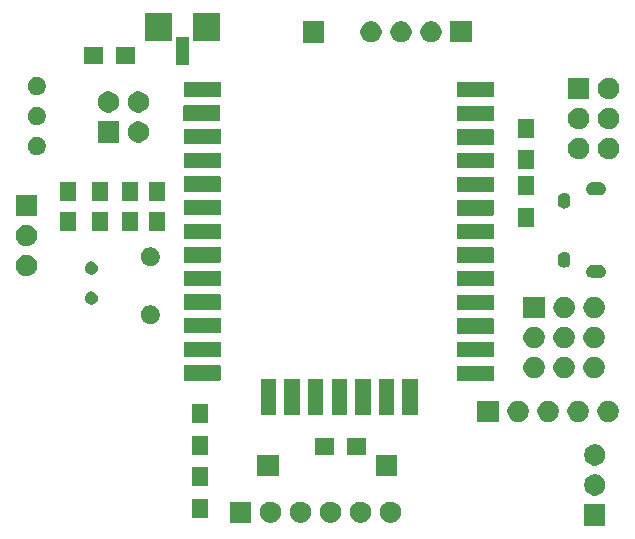
<source format=gbr>
G04 #@! TF.GenerationSoftware,KiCad,Pcbnew,(5.1.5)-3*
G04 #@! TF.CreationDate,2020-04-28T00:17:26+02:00*
G04 #@! TF.ProjectId,main_pcb,6d61696e-5f70-4636-922e-6b696361645f,1*
G04 #@! TF.SameCoordinates,Original*
G04 #@! TF.FileFunction,Soldermask,Bot*
G04 #@! TF.FilePolarity,Negative*
%FSLAX46Y46*%
G04 Gerber Fmt 4.6, Leading zero omitted, Abs format (unit mm)*
G04 Created by KiCad (PCBNEW (5.1.5)-3) date 2020-04-28 00:17:26*
%MOMM*%
%LPD*%
G04 APERTURE LIST*
%ADD10C,0.100000*%
G04 APERTURE END LIST*
D10*
G36*
X140730540Y-102173340D02*
G01*
X138928540Y-102173340D01*
X138928540Y-100371340D01*
X140730540Y-100371340D01*
X140730540Y-102173340D01*
G37*
G36*
X122632952Y-100145127D02*
G01*
X122782252Y-100174824D01*
X122946224Y-100242744D01*
X123093794Y-100341347D01*
X123219293Y-100466846D01*
X123317896Y-100614416D01*
X123385816Y-100778388D01*
X123420440Y-100952459D01*
X123420440Y-101129941D01*
X123385816Y-101304012D01*
X123317896Y-101467984D01*
X123219293Y-101615554D01*
X123093794Y-101741053D01*
X122946224Y-101839656D01*
X122782252Y-101907576D01*
X122632952Y-101937273D01*
X122608182Y-101942200D01*
X122430698Y-101942200D01*
X122405928Y-101937273D01*
X122256628Y-101907576D01*
X122092656Y-101839656D01*
X121945086Y-101741053D01*
X121819587Y-101615554D01*
X121720984Y-101467984D01*
X121653064Y-101304012D01*
X121618440Y-101129941D01*
X121618440Y-100952459D01*
X121653064Y-100778388D01*
X121720984Y-100614416D01*
X121819587Y-100466846D01*
X121945086Y-100341347D01*
X122092656Y-100242744D01*
X122256628Y-100174824D01*
X122405928Y-100145127D01*
X122430698Y-100140200D01*
X122608182Y-100140200D01*
X122632952Y-100145127D01*
G37*
G36*
X120092952Y-100145127D02*
G01*
X120242252Y-100174824D01*
X120406224Y-100242744D01*
X120553794Y-100341347D01*
X120679293Y-100466846D01*
X120777896Y-100614416D01*
X120845816Y-100778388D01*
X120880440Y-100952459D01*
X120880440Y-101129941D01*
X120845816Y-101304012D01*
X120777896Y-101467984D01*
X120679293Y-101615554D01*
X120553794Y-101741053D01*
X120406224Y-101839656D01*
X120242252Y-101907576D01*
X120092952Y-101937273D01*
X120068182Y-101942200D01*
X119890698Y-101942200D01*
X119865928Y-101937273D01*
X119716628Y-101907576D01*
X119552656Y-101839656D01*
X119405086Y-101741053D01*
X119279587Y-101615554D01*
X119180984Y-101467984D01*
X119113064Y-101304012D01*
X119078440Y-101129941D01*
X119078440Y-100952459D01*
X119113064Y-100778388D01*
X119180984Y-100614416D01*
X119279587Y-100466846D01*
X119405086Y-100341347D01*
X119552656Y-100242744D01*
X119716628Y-100174824D01*
X119865928Y-100145127D01*
X119890698Y-100140200D01*
X120068182Y-100140200D01*
X120092952Y-100145127D01*
G37*
G36*
X117552952Y-100145127D02*
G01*
X117702252Y-100174824D01*
X117866224Y-100242744D01*
X118013794Y-100341347D01*
X118139293Y-100466846D01*
X118237896Y-100614416D01*
X118305816Y-100778388D01*
X118340440Y-100952459D01*
X118340440Y-101129941D01*
X118305816Y-101304012D01*
X118237896Y-101467984D01*
X118139293Y-101615554D01*
X118013794Y-101741053D01*
X117866224Y-101839656D01*
X117702252Y-101907576D01*
X117552952Y-101937273D01*
X117528182Y-101942200D01*
X117350698Y-101942200D01*
X117325928Y-101937273D01*
X117176628Y-101907576D01*
X117012656Y-101839656D01*
X116865086Y-101741053D01*
X116739587Y-101615554D01*
X116640984Y-101467984D01*
X116573064Y-101304012D01*
X116538440Y-101129941D01*
X116538440Y-100952459D01*
X116573064Y-100778388D01*
X116640984Y-100614416D01*
X116739587Y-100466846D01*
X116865086Y-100341347D01*
X117012656Y-100242744D01*
X117176628Y-100174824D01*
X117325928Y-100145127D01*
X117350698Y-100140200D01*
X117528182Y-100140200D01*
X117552952Y-100145127D01*
G37*
G36*
X112472952Y-100145127D02*
G01*
X112622252Y-100174824D01*
X112786224Y-100242744D01*
X112933794Y-100341347D01*
X113059293Y-100466846D01*
X113157896Y-100614416D01*
X113225816Y-100778388D01*
X113260440Y-100952459D01*
X113260440Y-101129941D01*
X113225816Y-101304012D01*
X113157896Y-101467984D01*
X113059293Y-101615554D01*
X112933794Y-101741053D01*
X112786224Y-101839656D01*
X112622252Y-101907576D01*
X112472952Y-101937273D01*
X112448182Y-101942200D01*
X112270698Y-101942200D01*
X112245928Y-101937273D01*
X112096628Y-101907576D01*
X111932656Y-101839656D01*
X111785086Y-101741053D01*
X111659587Y-101615554D01*
X111560984Y-101467984D01*
X111493064Y-101304012D01*
X111458440Y-101129941D01*
X111458440Y-100952459D01*
X111493064Y-100778388D01*
X111560984Y-100614416D01*
X111659587Y-100466846D01*
X111785086Y-100341347D01*
X111932656Y-100242744D01*
X112096628Y-100174824D01*
X112245928Y-100145127D01*
X112270698Y-100140200D01*
X112448182Y-100140200D01*
X112472952Y-100145127D01*
G37*
G36*
X115012952Y-100145127D02*
G01*
X115162252Y-100174824D01*
X115326224Y-100242744D01*
X115473794Y-100341347D01*
X115599293Y-100466846D01*
X115697896Y-100614416D01*
X115765816Y-100778388D01*
X115800440Y-100952459D01*
X115800440Y-101129941D01*
X115765816Y-101304012D01*
X115697896Y-101467984D01*
X115599293Y-101615554D01*
X115473794Y-101741053D01*
X115326224Y-101839656D01*
X115162252Y-101907576D01*
X115012952Y-101937273D01*
X114988182Y-101942200D01*
X114810698Y-101942200D01*
X114785928Y-101937273D01*
X114636628Y-101907576D01*
X114472656Y-101839656D01*
X114325086Y-101741053D01*
X114199587Y-101615554D01*
X114100984Y-101467984D01*
X114033064Y-101304012D01*
X113998440Y-101129941D01*
X113998440Y-100952459D01*
X114033064Y-100778388D01*
X114100984Y-100614416D01*
X114199587Y-100466846D01*
X114325086Y-100341347D01*
X114472656Y-100242744D01*
X114636628Y-100174824D01*
X114785928Y-100145127D01*
X114810698Y-100140200D01*
X114988182Y-100140200D01*
X115012952Y-100145127D01*
G37*
G36*
X110720440Y-101942200D02*
G01*
X108918440Y-101942200D01*
X108918440Y-100140200D01*
X110720440Y-100140200D01*
X110720440Y-101942200D01*
G37*
G36*
X107119380Y-101495480D02*
G01*
X105717380Y-101495480D01*
X105717380Y-99893480D01*
X107119380Y-99893480D01*
X107119380Y-101495480D01*
G37*
G36*
X139943052Y-97836267D02*
G01*
X140092352Y-97865964D01*
X140256324Y-97933884D01*
X140403894Y-98032487D01*
X140529393Y-98157986D01*
X140627996Y-98305556D01*
X140695916Y-98469528D01*
X140730540Y-98643599D01*
X140730540Y-98821081D01*
X140695916Y-98995152D01*
X140627996Y-99159124D01*
X140529393Y-99306694D01*
X140403894Y-99432193D01*
X140256324Y-99530796D01*
X140092352Y-99598716D01*
X139943052Y-99628413D01*
X139918282Y-99633340D01*
X139740798Y-99633340D01*
X139716028Y-99628413D01*
X139566728Y-99598716D01*
X139402756Y-99530796D01*
X139255186Y-99432193D01*
X139129687Y-99306694D01*
X139031084Y-99159124D01*
X138963164Y-98995152D01*
X138928540Y-98821081D01*
X138928540Y-98643599D01*
X138963164Y-98469528D01*
X139031084Y-98305556D01*
X139129687Y-98157986D01*
X139255186Y-98032487D01*
X139402756Y-97933884D01*
X139566728Y-97865964D01*
X139716028Y-97836267D01*
X139740798Y-97831340D01*
X139918282Y-97831340D01*
X139943052Y-97836267D01*
G37*
G36*
X107119380Y-98795480D02*
G01*
X105717380Y-98795480D01*
X105717380Y-97193480D01*
X107119380Y-97193480D01*
X107119380Y-98795480D01*
G37*
G36*
X113067400Y-97969640D02*
G01*
X111265400Y-97969640D01*
X111265400Y-96167640D01*
X113067400Y-96167640D01*
X113067400Y-97969640D01*
G37*
G36*
X123092780Y-97967100D02*
G01*
X121290780Y-97967100D01*
X121290780Y-96165100D01*
X123092780Y-96165100D01*
X123092780Y-97967100D01*
G37*
G36*
X139943052Y-95296267D02*
G01*
X140092352Y-95325964D01*
X140256324Y-95393884D01*
X140403894Y-95492487D01*
X140529393Y-95617986D01*
X140627996Y-95765556D01*
X140695916Y-95929528D01*
X140730540Y-96103599D01*
X140730540Y-96281081D01*
X140695916Y-96455152D01*
X140627996Y-96619124D01*
X140529393Y-96766694D01*
X140403894Y-96892193D01*
X140256324Y-96990796D01*
X140092352Y-97058716D01*
X139943052Y-97088413D01*
X139918282Y-97093340D01*
X139740798Y-97093340D01*
X139716028Y-97088413D01*
X139566728Y-97058716D01*
X139402756Y-96990796D01*
X139255186Y-96892193D01*
X139129687Y-96766694D01*
X139031084Y-96619124D01*
X138963164Y-96455152D01*
X138928540Y-96281081D01*
X138928540Y-96103599D01*
X138963164Y-95929528D01*
X139031084Y-95765556D01*
X139129687Y-95617986D01*
X139255186Y-95492487D01*
X139402756Y-95393884D01*
X139566728Y-95325964D01*
X139716028Y-95296267D01*
X139740798Y-95291340D01*
X139918282Y-95291340D01*
X139943052Y-95296267D01*
G37*
G36*
X120451500Y-96187220D02*
G01*
X118849500Y-96187220D01*
X118849500Y-94785220D01*
X120451500Y-94785220D01*
X120451500Y-96187220D01*
G37*
G36*
X117751500Y-96187220D02*
G01*
X116149500Y-96187220D01*
X116149500Y-94785220D01*
X117751500Y-94785220D01*
X117751500Y-96187220D01*
G37*
G36*
X107111760Y-96157660D02*
G01*
X105709760Y-96157660D01*
X105709760Y-94555660D01*
X107111760Y-94555660D01*
X107111760Y-96157660D01*
G37*
G36*
X107111760Y-93457660D02*
G01*
X105709760Y-93457660D01*
X105709760Y-91855660D01*
X107111760Y-91855660D01*
X107111760Y-93457660D01*
G37*
G36*
X138533512Y-91603927D02*
G01*
X138682812Y-91633624D01*
X138846784Y-91701544D01*
X138994354Y-91800147D01*
X139119853Y-91925646D01*
X139218456Y-92073216D01*
X139286376Y-92237188D01*
X139321000Y-92411259D01*
X139321000Y-92588741D01*
X139286376Y-92762812D01*
X139218456Y-92926784D01*
X139119853Y-93074354D01*
X138994354Y-93199853D01*
X138846784Y-93298456D01*
X138682812Y-93366376D01*
X138533512Y-93396073D01*
X138508742Y-93401000D01*
X138331258Y-93401000D01*
X138306488Y-93396073D01*
X138157188Y-93366376D01*
X137993216Y-93298456D01*
X137845646Y-93199853D01*
X137720147Y-93074354D01*
X137621544Y-92926784D01*
X137553624Y-92762812D01*
X137519000Y-92588741D01*
X137519000Y-92411259D01*
X137553624Y-92237188D01*
X137621544Y-92073216D01*
X137720147Y-91925646D01*
X137845646Y-91800147D01*
X137993216Y-91701544D01*
X138157188Y-91633624D01*
X138306488Y-91603927D01*
X138331258Y-91599000D01*
X138508742Y-91599000D01*
X138533512Y-91603927D01*
G37*
G36*
X131701000Y-93401000D02*
G01*
X129899000Y-93401000D01*
X129899000Y-91599000D01*
X131701000Y-91599000D01*
X131701000Y-93401000D01*
G37*
G36*
X133453512Y-91603927D02*
G01*
X133602812Y-91633624D01*
X133766784Y-91701544D01*
X133914354Y-91800147D01*
X134039853Y-91925646D01*
X134138456Y-92073216D01*
X134206376Y-92237188D01*
X134241000Y-92411259D01*
X134241000Y-92588741D01*
X134206376Y-92762812D01*
X134138456Y-92926784D01*
X134039853Y-93074354D01*
X133914354Y-93199853D01*
X133766784Y-93298456D01*
X133602812Y-93366376D01*
X133453512Y-93396073D01*
X133428742Y-93401000D01*
X133251258Y-93401000D01*
X133226488Y-93396073D01*
X133077188Y-93366376D01*
X132913216Y-93298456D01*
X132765646Y-93199853D01*
X132640147Y-93074354D01*
X132541544Y-92926784D01*
X132473624Y-92762812D01*
X132439000Y-92588741D01*
X132439000Y-92411259D01*
X132473624Y-92237188D01*
X132541544Y-92073216D01*
X132640147Y-91925646D01*
X132765646Y-91800147D01*
X132913216Y-91701544D01*
X133077188Y-91633624D01*
X133226488Y-91603927D01*
X133251258Y-91599000D01*
X133428742Y-91599000D01*
X133453512Y-91603927D01*
G37*
G36*
X135993512Y-91603927D02*
G01*
X136142812Y-91633624D01*
X136306784Y-91701544D01*
X136454354Y-91800147D01*
X136579853Y-91925646D01*
X136678456Y-92073216D01*
X136746376Y-92237188D01*
X136781000Y-92411259D01*
X136781000Y-92588741D01*
X136746376Y-92762812D01*
X136678456Y-92926784D01*
X136579853Y-93074354D01*
X136454354Y-93199853D01*
X136306784Y-93298456D01*
X136142812Y-93366376D01*
X135993512Y-93396073D01*
X135968742Y-93401000D01*
X135791258Y-93401000D01*
X135766488Y-93396073D01*
X135617188Y-93366376D01*
X135453216Y-93298456D01*
X135305646Y-93199853D01*
X135180147Y-93074354D01*
X135081544Y-92926784D01*
X135013624Y-92762812D01*
X134979000Y-92588741D01*
X134979000Y-92411259D01*
X135013624Y-92237188D01*
X135081544Y-92073216D01*
X135180147Y-91925646D01*
X135305646Y-91800147D01*
X135453216Y-91701544D01*
X135617188Y-91633624D01*
X135766488Y-91603927D01*
X135791258Y-91599000D01*
X135968742Y-91599000D01*
X135993512Y-91603927D01*
G37*
G36*
X141073512Y-91603927D02*
G01*
X141222812Y-91633624D01*
X141386784Y-91701544D01*
X141534354Y-91800147D01*
X141659853Y-91925646D01*
X141758456Y-92073216D01*
X141826376Y-92237188D01*
X141861000Y-92411259D01*
X141861000Y-92588741D01*
X141826376Y-92762812D01*
X141758456Y-92926784D01*
X141659853Y-93074354D01*
X141534354Y-93199853D01*
X141386784Y-93298456D01*
X141222812Y-93366376D01*
X141073512Y-93396073D01*
X141048742Y-93401000D01*
X140871258Y-93401000D01*
X140846488Y-93396073D01*
X140697188Y-93366376D01*
X140533216Y-93298456D01*
X140385646Y-93199853D01*
X140260147Y-93074354D01*
X140161544Y-92926784D01*
X140093624Y-92762812D01*
X140059000Y-92588741D01*
X140059000Y-92411259D01*
X140093624Y-92237188D01*
X140161544Y-92073216D01*
X140260147Y-91925646D01*
X140385646Y-91800147D01*
X140533216Y-91701544D01*
X140697188Y-91633624D01*
X140846488Y-91603927D01*
X140871258Y-91599000D01*
X141048742Y-91599000D01*
X141073512Y-91603927D01*
G37*
G36*
X124804699Y-89736138D02*
G01*
X124814308Y-89739053D01*
X124823172Y-89743791D01*
X124830937Y-89750164D01*
X124837310Y-89757929D01*
X124842048Y-89766793D01*
X124844963Y-89776402D01*
X124846552Y-89792541D01*
X124846552Y-92780261D01*
X124844963Y-92796400D01*
X124842048Y-92806009D01*
X124837310Y-92814873D01*
X124830937Y-92822638D01*
X124823172Y-92829011D01*
X124814308Y-92833749D01*
X124804699Y-92836664D01*
X124788560Y-92838253D01*
X123600840Y-92838253D01*
X123584701Y-92836664D01*
X123575092Y-92833749D01*
X123566228Y-92829011D01*
X123558463Y-92822638D01*
X123552090Y-92814873D01*
X123547352Y-92806009D01*
X123544437Y-92796400D01*
X123542848Y-92780261D01*
X123542848Y-89792541D01*
X123544437Y-89776402D01*
X123547352Y-89766793D01*
X123552090Y-89757929D01*
X123558463Y-89750164D01*
X123566228Y-89743791D01*
X123575092Y-89739053D01*
X123584701Y-89736138D01*
X123600840Y-89734549D01*
X124788560Y-89734549D01*
X124804699Y-89736138D01*
G37*
G36*
X122804699Y-89736138D02*
G01*
X122814308Y-89739053D01*
X122823172Y-89743791D01*
X122830937Y-89750164D01*
X122837310Y-89757929D01*
X122842048Y-89766793D01*
X122844963Y-89776402D01*
X122846552Y-89792541D01*
X122846552Y-92780261D01*
X122844963Y-92796400D01*
X122842048Y-92806009D01*
X122837310Y-92814873D01*
X122830937Y-92822638D01*
X122823172Y-92829011D01*
X122814308Y-92833749D01*
X122804699Y-92836664D01*
X122788560Y-92838253D01*
X121600840Y-92838253D01*
X121584701Y-92836664D01*
X121575092Y-92833749D01*
X121566228Y-92829011D01*
X121558463Y-92822638D01*
X121552090Y-92814873D01*
X121547352Y-92806009D01*
X121544437Y-92796400D01*
X121542848Y-92780261D01*
X121542848Y-89792541D01*
X121544437Y-89776402D01*
X121547352Y-89766793D01*
X121552090Y-89757929D01*
X121558463Y-89750164D01*
X121566228Y-89743791D01*
X121575092Y-89739053D01*
X121584701Y-89736138D01*
X121600840Y-89734549D01*
X122788560Y-89734549D01*
X122804699Y-89736138D01*
G37*
G36*
X120804699Y-89736138D02*
G01*
X120814308Y-89739053D01*
X120823172Y-89743791D01*
X120830937Y-89750164D01*
X120837310Y-89757929D01*
X120842048Y-89766793D01*
X120844963Y-89776402D01*
X120846552Y-89792541D01*
X120846552Y-92780261D01*
X120844963Y-92796400D01*
X120842048Y-92806009D01*
X120837310Y-92814873D01*
X120830937Y-92822638D01*
X120823172Y-92829011D01*
X120814308Y-92833749D01*
X120804699Y-92836664D01*
X120788560Y-92838253D01*
X119600840Y-92838253D01*
X119584701Y-92836664D01*
X119575092Y-92833749D01*
X119566228Y-92829011D01*
X119558463Y-92822638D01*
X119552090Y-92814873D01*
X119547352Y-92806009D01*
X119544437Y-92796400D01*
X119542848Y-92780261D01*
X119542848Y-89792541D01*
X119544437Y-89776402D01*
X119547352Y-89766793D01*
X119552090Y-89757929D01*
X119558463Y-89750164D01*
X119566228Y-89743791D01*
X119575092Y-89739053D01*
X119584701Y-89736138D01*
X119600840Y-89734549D01*
X120788560Y-89734549D01*
X120804699Y-89736138D01*
G37*
G36*
X118804699Y-89736138D02*
G01*
X118814308Y-89739053D01*
X118823172Y-89743791D01*
X118830937Y-89750164D01*
X118837310Y-89757929D01*
X118842048Y-89766793D01*
X118844963Y-89776402D01*
X118846552Y-89792541D01*
X118846552Y-92780261D01*
X118844963Y-92796400D01*
X118842048Y-92806009D01*
X118837310Y-92814873D01*
X118830937Y-92822638D01*
X118823172Y-92829011D01*
X118814308Y-92833749D01*
X118804699Y-92836664D01*
X118788560Y-92838253D01*
X117600840Y-92838253D01*
X117584701Y-92836664D01*
X117575092Y-92833749D01*
X117566228Y-92829011D01*
X117558463Y-92822638D01*
X117552090Y-92814873D01*
X117547352Y-92806009D01*
X117544437Y-92796400D01*
X117542848Y-92780261D01*
X117542848Y-89792541D01*
X117544437Y-89776402D01*
X117547352Y-89766793D01*
X117552090Y-89757929D01*
X117558463Y-89750164D01*
X117566228Y-89743791D01*
X117575092Y-89739053D01*
X117584701Y-89736138D01*
X117600840Y-89734549D01*
X118788560Y-89734549D01*
X118804699Y-89736138D01*
G37*
G36*
X116804699Y-89736138D02*
G01*
X116814308Y-89739053D01*
X116823172Y-89743791D01*
X116830937Y-89750164D01*
X116837310Y-89757929D01*
X116842048Y-89766793D01*
X116844963Y-89776402D01*
X116846552Y-89792541D01*
X116846552Y-92780261D01*
X116844963Y-92796400D01*
X116842048Y-92806009D01*
X116837310Y-92814873D01*
X116830937Y-92822638D01*
X116823172Y-92829011D01*
X116814308Y-92833749D01*
X116804699Y-92836664D01*
X116788560Y-92838253D01*
X115600840Y-92838253D01*
X115584701Y-92836664D01*
X115575092Y-92833749D01*
X115566228Y-92829011D01*
X115558463Y-92822638D01*
X115552090Y-92814873D01*
X115547352Y-92806009D01*
X115544437Y-92796400D01*
X115542848Y-92780261D01*
X115542848Y-89792541D01*
X115544437Y-89776402D01*
X115547352Y-89766793D01*
X115552090Y-89757929D01*
X115558463Y-89750164D01*
X115566228Y-89743791D01*
X115575092Y-89739053D01*
X115584701Y-89736138D01*
X115600840Y-89734549D01*
X116788560Y-89734549D01*
X116804699Y-89736138D01*
G37*
G36*
X114804699Y-89736138D02*
G01*
X114814308Y-89739053D01*
X114823172Y-89743791D01*
X114830937Y-89750164D01*
X114837310Y-89757929D01*
X114842048Y-89766793D01*
X114844963Y-89776402D01*
X114846552Y-89792541D01*
X114846552Y-92780261D01*
X114844963Y-92796400D01*
X114842048Y-92806009D01*
X114837310Y-92814873D01*
X114830937Y-92822638D01*
X114823172Y-92829011D01*
X114814308Y-92833749D01*
X114804699Y-92836664D01*
X114788560Y-92838253D01*
X113600840Y-92838253D01*
X113584701Y-92836664D01*
X113575092Y-92833749D01*
X113566228Y-92829011D01*
X113558463Y-92822638D01*
X113552090Y-92814873D01*
X113547352Y-92806009D01*
X113544437Y-92796400D01*
X113542848Y-92780261D01*
X113542848Y-89792541D01*
X113544437Y-89776402D01*
X113547352Y-89766793D01*
X113552090Y-89757929D01*
X113558463Y-89750164D01*
X113566228Y-89743791D01*
X113575092Y-89739053D01*
X113584701Y-89736138D01*
X113600840Y-89734549D01*
X114788560Y-89734549D01*
X114804699Y-89736138D01*
G37*
G36*
X112804699Y-89736138D02*
G01*
X112814308Y-89739053D01*
X112823172Y-89743791D01*
X112830937Y-89750164D01*
X112837310Y-89757929D01*
X112842048Y-89766793D01*
X112844963Y-89776402D01*
X112846552Y-89792541D01*
X112846552Y-92780261D01*
X112844963Y-92796400D01*
X112842048Y-92806009D01*
X112837310Y-92814873D01*
X112830937Y-92822638D01*
X112823172Y-92829011D01*
X112814308Y-92833749D01*
X112804699Y-92836664D01*
X112788560Y-92838253D01*
X111600840Y-92838253D01*
X111584701Y-92836664D01*
X111575092Y-92833749D01*
X111566228Y-92829011D01*
X111558463Y-92822638D01*
X111552090Y-92814873D01*
X111547352Y-92806009D01*
X111544437Y-92796400D01*
X111542848Y-92780261D01*
X111542848Y-89792541D01*
X111544437Y-89776402D01*
X111547352Y-89766793D01*
X111552090Y-89757929D01*
X111558463Y-89750164D01*
X111566228Y-89743791D01*
X111575092Y-89739053D01*
X111584701Y-89736138D01*
X111600840Y-89734549D01*
X112788560Y-89734549D01*
X112804699Y-89736138D01*
G37*
G36*
X131229199Y-88626538D02*
G01*
X131238808Y-88629453D01*
X131247672Y-88634191D01*
X131255437Y-88640564D01*
X131261810Y-88648329D01*
X131266548Y-88657193D01*
X131269463Y-88666802D01*
X131271052Y-88682941D01*
X131271052Y-89870661D01*
X131269463Y-89886800D01*
X131266548Y-89896409D01*
X131261810Y-89905273D01*
X131255437Y-89913038D01*
X131247672Y-89919411D01*
X131238808Y-89924149D01*
X131229199Y-89927064D01*
X131213060Y-89928653D01*
X128225340Y-89928653D01*
X128209201Y-89927064D01*
X128199592Y-89924149D01*
X128190728Y-89919411D01*
X128182963Y-89913038D01*
X128176590Y-89905273D01*
X128171852Y-89896409D01*
X128168937Y-89886800D01*
X128167348Y-89870661D01*
X128167348Y-88682941D01*
X128168937Y-88666802D01*
X128171852Y-88657193D01*
X128176590Y-88648329D01*
X128182963Y-88640564D01*
X128190728Y-88634191D01*
X128199592Y-88629453D01*
X128209201Y-88626538D01*
X128225340Y-88624949D01*
X131213060Y-88624949D01*
X131229199Y-88626538D01*
G37*
G36*
X108115199Y-88604138D02*
G01*
X108124808Y-88607053D01*
X108133672Y-88611791D01*
X108141437Y-88618164D01*
X108147810Y-88625929D01*
X108152548Y-88634793D01*
X108155463Y-88644402D01*
X108157052Y-88660541D01*
X108157052Y-89848261D01*
X108155463Y-89864400D01*
X108152548Y-89874009D01*
X108147810Y-89882873D01*
X108141437Y-89890638D01*
X108133672Y-89897011D01*
X108124808Y-89901749D01*
X108115199Y-89904664D01*
X108099060Y-89906253D01*
X105111340Y-89906253D01*
X105095201Y-89904664D01*
X105085592Y-89901749D01*
X105076728Y-89897011D01*
X105068963Y-89890638D01*
X105062590Y-89882873D01*
X105057852Y-89874009D01*
X105054937Y-89864400D01*
X105053348Y-89848261D01*
X105053348Y-88660541D01*
X105054937Y-88644402D01*
X105057852Y-88634793D01*
X105062590Y-88625929D01*
X105068963Y-88618164D01*
X105076728Y-88611791D01*
X105085592Y-88607053D01*
X105095201Y-88604138D01*
X105111340Y-88602549D01*
X108099060Y-88602549D01*
X108115199Y-88604138D01*
G37*
G36*
X137349712Y-87887087D02*
G01*
X137499012Y-87916784D01*
X137662984Y-87984704D01*
X137810554Y-88083307D01*
X137936053Y-88208806D01*
X138034656Y-88356376D01*
X138102576Y-88520348D01*
X138137200Y-88694419D01*
X138137200Y-88871901D01*
X138102576Y-89045972D01*
X138034656Y-89209944D01*
X137936053Y-89357514D01*
X137810554Y-89483013D01*
X137662984Y-89581616D01*
X137499012Y-89649536D01*
X137349712Y-89679233D01*
X137324942Y-89684160D01*
X137147458Y-89684160D01*
X137122688Y-89679233D01*
X136973388Y-89649536D01*
X136809416Y-89581616D01*
X136661846Y-89483013D01*
X136536347Y-89357514D01*
X136437744Y-89209944D01*
X136369824Y-89045972D01*
X136335200Y-88871901D01*
X136335200Y-88694419D01*
X136369824Y-88520348D01*
X136437744Y-88356376D01*
X136536347Y-88208806D01*
X136661846Y-88083307D01*
X136809416Y-87984704D01*
X136973388Y-87916784D01*
X137122688Y-87887087D01*
X137147458Y-87882160D01*
X137324942Y-87882160D01*
X137349712Y-87887087D01*
G37*
G36*
X139889712Y-87887087D02*
G01*
X140039012Y-87916784D01*
X140202984Y-87984704D01*
X140350554Y-88083307D01*
X140476053Y-88208806D01*
X140574656Y-88356376D01*
X140642576Y-88520348D01*
X140677200Y-88694419D01*
X140677200Y-88871901D01*
X140642576Y-89045972D01*
X140574656Y-89209944D01*
X140476053Y-89357514D01*
X140350554Y-89483013D01*
X140202984Y-89581616D01*
X140039012Y-89649536D01*
X139889712Y-89679233D01*
X139864942Y-89684160D01*
X139687458Y-89684160D01*
X139662688Y-89679233D01*
X139513388Y-89649536D01*
X139349416Y-89581616D01*
X139201846Y-89483013D01*
X139076347Y-89357514D01*
X138977744Y-89209944D01*
X138909824Y-89045972D01*
X138875200Y-88871901D01*
X138875200Y-88694419D01*
X138909824Y-88520348D01*
X138977744Y-88356376D01*
X139076347Y-88208806D01*
X139201846Y-88083307D01*
X139349416Y-87984704D01*
X139513388Y-87916784D01*
X139662688Y-87887087D01*
X139687458Y-87882160D01*
X139864942Y-87882160D01*
X139889712Y-87887087D01*
G37*
G36*
X134809712Y-87887087D02*
G01*
X134959012Y-87916784D01*
X135122984Y-87984704D01*
X135270554Y-88083307D01*
X135396053Y-88208806D01*
X135494656Y-88356376D01*
X135562576Y-88520348D01*
X135597200Y-88694419D01*
X135597200Y-88871901D01*
X135562576Y-89045972D01*
X135494656Y-89209944D01*
X135396053Y-89357514D01*
X135270554Y-89483013D01*
X135122984Y-89581616D01*
X134959012Y-89649536D01*
X134809712Y-89679233D01*
X134784942Y-89684160D01*
X134607458Y-89684160D01*
X134582688Y-89679233D01*
X134433388Y-89649536D01*
X134269416Y-89581616D01*
X134121846Y-89483013D01*
X133996347Y-89357514D01*
X133897744Y-89209944D01*
X133829824Y-89045972D01*
X133795200Y-88871901D01*
X133795200Y-88694419D01*
X133829824Y-88520348D01*
X133897744Y-88356376D01*
X133996347Y-88208806D01*
X134121846Y-88083307D01*
X134269416Y-87984704D01*
X134433388Y-87916784D01*
X134582688Y-87887087D01*
X134607458Y-87882160D01*
X134784942Y-87882160D01*
X134809712Y-87887087D01*
G37*
G36*
X131229199Y-86626538D02*
G01*
X131238808Y-86629453D01*
X131247672Y-86634191D01*
X131255437Y-86640564D01*
X131261810Y-86648329D01*
X131266548Y-86657193D01*
X131269463Y-86666802D01*
X131271052Y-86682941D01*
X131271052Y-87870661D01*
X131269463Y-87886800D01*
X131266548Y-87896409D01*
X131261810Y-87905273D01*
X131255437Y-87913038D01*
X131247672Y-87919411D01*
X131238808Y-87924149D01*
X131229199Y-87927064D01*
X131213060Y-87928653D01*
X128225340Y-87928653D01*
X128209201Y-87927064D01*
X128199592Y-87924149D01*
X128190728Y-87919411D01*
X128182963Y-87913038D01*
X128176590Y-87905273D01*
X128171852Y-87896409D01*
X128168937Y-87886800D01*
X128167348Y-87870661D01*
X128167348Y-86682941D01*
X128168937Y-86666802D01*
X128171852Y-86657193D01*
X128176590Y-86648329D01*
X128182963Y-86640564D01*
X128190728Y-86634191D01*
X128199592Y-86629453D01*
X128209201Y-86626538D01*
X128225340Y-86624949D01*
X131213060Y-86624949D01*
X131229199Y-86626538D01*
G37*
G36*
X108115199Y-86604138D02*
G01*
X108124808Y-86607053D01*
X108133672Y-86611791D01*
X108141437Y-86618164D01*
X108147810Y-86625929D01*
X108152548Y-86634793D01*
X108155463Y-86644402D01*
X108157052Y-86660541D01*
X108157052Y-87848261D01*
X108155463Y-87864400D01*
X108152548Y-87874009D01*
X108147810Y-87882873D01*
X108141437Y-87890638D01*
X108133672Y-87897011D01*
X108124808Y-87901749D01*
X108115199Y-87904664D01*
X108099060Y-87906253D01*
X105111340Y-87906253D01*
X105095201Y-87904664D01*
X105085592Y-87901749D01*
X105076728Y-87897011D01*
X105068963Y-87890638D01*
X105062590Y-87882873D01*
X105057852Y-87874009D01*
X105054937Y-87864400D01*
X105053348Y-87848261D01*
X105053348Y-86660541D01*
X105054937Y-86644402D01*
X105057852Y-86634793D01*
X105062590Y-86625929D01*
X105068963Y-86618164D01*
X105076728Y-86611791D01*
X105085592Y-86607053D01*
X105095201Y-86604138D01*
X105111340Y-86602549D01*
X108099060Y-86602549D01*
X108115199Y-86604138D01*
G37*
G36*
X139889712Y-85347087D02*
G01*
X140039012Y-85376784D01*
X140202984Y-85444704D01*
X140350554Y-85543307D01*
X140476053Y-85668806D01*
X140574656Y-85816376D01*
X140642576Y-85980348D01*
X140677200Y-86154419D01*
X140677200Y-86331901D01*
X140642576Y-86505972D01*
X140574656Y-86669944D01*
X140476053Y-86817514D01*
X140350554Y-86943013D01*
X140202984Y-87041616D01*
X140039012Y-87109536D01*
X139889712Y-87139233D01*
X139864942Y-87144160D01*
X139687458Y-87144160D01*
X139662688Y-87139233D01*
X139513388Y-87109536D01*
X139349416Y-87041616D01*
X139201846Y-86943013D01*
X139076347Y-86817514D01*
X138977744Y-86669944D01*
X138909824Y-86505972D01*
X138875200Y-86331901D01*
X138875200Y-86154419D01*
X138909824Y-85980348D01*
X138977744Y-85816376D01*
X139076347Y-85668806D01*
X139201846Y-85543307D01*
X139349416Y-85444704D01*
X139513388Y-85376784D01*
X139662688Y-85347087D01*
X139687458Y-85342160D01*
X139864942Y-85342160D01*
X139889712Y-85347087D01*
G37*
G36*
X137349712Y-85347087D02*
G01*
X137499012Y-85376784D01*
X137662984Y-85444704D01*
X137810554Y-85543307D01*
X137936053Y-85668806D01*
X138034656Y-85816376D01*
X138102576Y-85980348D01*
X138137200Y-86154419D01*
X138137200Y-86331901D01*
X138102576Y-86505972D01*
X138034656Y-86669944D01*
X137936053Y-86817514D01*
X137810554Y-86943013D01*
X137662984Y-87041616D01*
X137499012Y-87109536D01*
X137349712Y-87139233D01*
X137324942Y-87144160D01*
X137147458Y-87144160D01*
X137122688Y-87139233D01*
X136973388Y-87109536D01*
X136809416Y-87041616D01*
X136661846Y-86943013D01*
X136536347Y-86817514D01*
X136437744Y-86669944D01*
X136369824Y-86505972D01*
X136335200Y-86331901D01*
X136335200Y-86154419D01*
X136369824Y-85980348D01*
X136437744Y-85816376D01*
X136536347Y-85668806D01*
X136661846Y-85543307D01*
X136809416Y-85444704D01*
X136973388Y-85376784D01*
X137122688Y-85347087D01*
X137147458Y-85342160D01*
X137324942Y-85342160D01*
X137349712Y-85347087D01*
G37*
G36*
X134809712Y-85347087D02*
G01*
X134959012Y-85376784D01*
X135122984Y-85444704D01*
X135270554Y-85543307D01*
X135396053Y-85668806D01*
X135494656Y-85816376D01*
X135562576Y-85980348D01*
X135597200Y-86154419D01*
X135597200Y-86331901D01*
X135562576Y-86505972D01*
X135494656Y-86669944D01*
X135396053Y-86817514D01*
X135270554Y-86943013D01*
X135122984Y-87041616D01*
X134959012Y-87109536D01*
X134809712Y-87139233D01*
X134784942Y-87144160D01*
X134607458Y-87144160D01*
X134582688Y-87139233D01*
X134433388Y-87109536D01*
X134269416Y-87041616D01*
X134121846Y-86943013D01*
X133996347Y-86817514D01*
X133897744Y-86669944D01*
X133829824Y-86505972D01*
X133795200Y-86331901D01*
X133795200Y-86154419D01*
X133829824Y-85980348D01*
X133897744Y-85816376D01*
X133996347Y-85668806D01*
X134121846Y-85543307D01*
X134269416Y-85444704D01*
X134433388Y-85376784D01*
X134582688Y-85347087D01*
X134607458Y-85342160D01*
X134784942Y-85342160D01*
X134809712Y-85347087D01*
G37*
G36*
X131229199Y-84626538D02*
G01*
X131238808Y-84629453D01*
X131247672Y-84634191D01*
X131255437Y-84640564D01*
X131261810Y-84648329D01*
X131266548Y-84657193D01*
X131269463Y-84666802D01*
X131271052Y-84682941D01*
X131271052Y-85870661D01*
X131269463Y-85886800D01*
X131266548Y-85896409D01*
X131261810Y-85905273D01*
X131255437Y-85913038D01*
X131247672Y-85919411D01*
X131238808Y-85924149D01*
X131229199Y-85927064D01*
X131213060Y-85928653D01*
X128225340Y-85928653D01*
X128209201Y-85927064D01*
X128199592Y-85924149D01*
X128190728Y-85919411D01*
X128182963Y-85913038D01*
X128176590Y-85905273D01*
X128171852Y-85896409D01*
X128168937Y-85886800D01*
X128167348Y-85870661D01*
X128167348Y-84682941D01*
X128168937Y-84666802D01*
X128171852Y-84657193D01*
X128176590Y-84648329D01*
X128182963Y-84640564D01*
X128190728Y-84634191D01*
X128199592Y-84629453D01*
X128209201Y-84626538D01*
X128225340Y-84624949D01*
X131213060Y-84624949D01*
X131229199Y-84626538D01*
G37*
G36*
X108115199Y-84604138D02*
G01*
X108124808Y-84607053D01*
X108133672Y-84611791D01*
X108141437Y-84618164D01*
X108147810Y-84625929D01*
X108152548Y-84634793D01*
X108155463Y-84644402D01*
X108157052Y-84660541D01*
X108157052Y-85848261D01*
X108155463Y-85864400D01*
X108152548Y-85874009D01*
X108147810Y-85882873D01*
X108141437Y-85890638D01*
X108133672Y-85897011D01*
X108124808Y-85901749D01*
X108115199Y-85904664D01*
X108099060Y-85906253D01*
X105111340Y-85906253D01*
X105095201Y-85904664D01*
X105085592Y-85901749D01*
X105076728Y-85897011D01*
X105068963Y-85890638D01*
X105062590Y-85882873D01*
X105057852Y-85874009D01*
X105054937Y-85864400D01*
X105053348Y-85848261D01*
X105053348Y-84660541D01*
X105054937Y-84644402D01*
X105057852Y-84634793D01*
X105062590Y-84625929D01*
X105068963Y-84618164D01*
X105076728Y-84611791D01*
X105085592Y-84607053D01*
X105095201Y-84604138D01*
X105111340Y-84602549D01*
X108099060Y-84602549D01*
X108115199Y-84604138D01*
G37*
G36*
X102433082Y-83550501D02*
G01*
X102578854Y-83610882D01*
X102578856Y-83610883D01*
X102710048Y-83698542D01*
X102821618Y-83810112D01*
X102900824Y-83928653D01*
X102909278Y-83941306D01*
X102969659Y-84087078D01*
X103000440Y-84241827D01*
X103000440Y-84399613D01*
X102969659Y-84554362D01*
X102909278Y-84700134D01*
X102909277Y-84700136D01*
X102821618Y-84831328D01*
X102710048Y-84942898D01*
X102578856Y-85030557D01*
X102578855Y-85030558D01*
X102578854Y-85030558D01*
X102433082Y-85090939D01*
X102278333Y-85121720D01*
X102120547Y-85121720D01*
X101965798Y-85090939D01*
X101820026Y-85030558D01*
X101820025Y-85030558D01*
X101820024Y-85030557D01*
X101688832Y-84942898D01*
X101577262Y-84831328D01*
X101489603Y-84700136D01*
X101489602Y-84700134D01*
X101429221Y-84554362D01*
X101398440Y-84399613D01*
X101398440Y-84241827D01*
X101429221Y-84087078D01*
X101489602Y-83941306D01*
X101498056Y-83928653D01*
X101577262Y-83810112D01*
X101688832Y-83698542D01*
X101820024Y-83610883D01*
X101820026Y-83610882D01*
X101965798Y-83550501D01*
X102120547Y-83519720D01*
X102278333Y-83519720D01*
X102433082Y-83550501D01*
G37*
G36*
X137349712Y-82807087D02*
G01*
X137499012Y-82836784D01*
X137662984Y-82904704D01*
X137810554Y-83003307D01*
X137936053Y-83128806D01*
X138034656Y-83276376D01*
X138102576Y-83440348D01*
X138124486Y-83550501D01*
X138137200Y-83614418D01*
X138137200Y-83791902D01*
X138132273Y-83816672D01*
X138102576Y-83965972D01*
X138034656Y-84129944D01*
X137936053Y-84277514D01*
X137810554Y-84403013D01*
X137662984Y-84501616D01*
X137499012Y-84569536D01*
X137349712Y-84599233D01*
X137324942Y-84604160D01*
X137147458Y-84604160D01*
X137122688Y-84599233D01*
X136973388Y-84569536D01*
X136809416Y-84501616D01*
X136661846Y-84403013D01*
X136536347Y-84277514D01*
X136437744Y-84129944D01*
X136369824Y-83965972D01*
X136340127Y-83816672D01*
X136335200Y-83791902D01*
X136335200Y-83614418D01*
X136347914Y-83550501D01*
X136369824Y-83440348D01*
X136437744Y-83276376D01*
X136536347Y-83128806D01*
X136661846Y-83003307D01*
X136809416Y-82904704D01*
X136973388Y-82836784D01*
X137122688Y-82807087D01*
X137147458Y-82802160D01*
X137324942Y-82802160D01*
X137349712Y-82807087D01*
G37*
G36*
X135597200Y-84604160D02*
G01*
X133795200Y-84604160D01*
X133795200Y-82802160D01*
X135597200Y-82802160D01*
X135597200Y-84604160D01*
G37*
G36*
X139889712Y-82807087D02*
G01*
X140039012Y-82836784D01*
X140202984Y-82904704D01*
X140350554Y-83003307D01*
X140476053Y-83128806D01*
X140574656Y-83276376D01*
X140642576Y-83440348D01*
X140664486Y-83550501D01*
X140677200Y-83614418D01*
X140677200Y-83791902D01*
X140672273Y-83816672D01*
X140642576Y-83965972D01*
X140574656Y-84129944D01*
X140476053Y-84277514D01*
X140350554Y-84403013D01*
X140202984Y-84501616D01*
X140039012Y-84569536D01*
X139889712Y-84599233D01*
X139864942Y-84604160D01*
X139687458Y-84604160D01*
X139662688Y-84599233D01*
X139513388Y-84569536D01*
X139349416Y-84501616D01*
X139201846Y-84403013D01*
X139076347Y-84277514D01*
X138977744Y-84129944D01*
X138909824Y-83965972D01*
X138880127Y-83816672D01*
X138875200Y-83791902D01*
X138875200Y-83614418D01*
X138887914Y-83550501D01*
X138909824Y-83440348D01*
X138977744Y-83276376D01*
X139076347Y-83128806D01*
X139201846Y-83003307D01*
X139349416Y-82904704D01*
X139513388Y-82836784D01*
X139662688Y-82807087D01*
X139687458Y-82802160D01*
X139864942Y-82802160D01*
X139889712Y-82807087D01*
G37*
G36*
X131229199Y-82626538D02*
G01*
X131238808Y-82629453D01*
X131247672Y-82634191D01*
X131255437Y-82640564D01*
X131261810Y-82648329D01*
X131266548Y-82657193D01*
X131269463Y-82666802D01*
X131271052Y-82682941D01*
X131271052Y-83870661D01*
X131269463Y-83886800D01*
X131266548Y-83896409D01*
X131261810Y-83905273D01*
X131255437Y-83913038D01*
X131247672Y-83919411D01*
X131238808Y-83924149D01*
X131229199Y-83927064D01*
X131213060Y-83928653D01*
X128225340Y-83928653D01*
X128209201Y-83927064D01*
X128199592Y-83924149D01*
X128190728Y-83919411D01*
X128182963Y-83913038D01*
X128176590Y-83905273D01*
X128171852Y-83896409D01*
X128168937Y-83886800D01*
X128167348Y-83870661D01*
X128167348Y-82682941D01*
X128168937Y-82666802D01*
X128171852Y-82657193D01*
X128176590Y-82648329D01*
X128182963Y-82640564D01*
X128190728Y-82634191D01*
X128199592Y-82629453D01*
X128209201Y-82626538D01*
X128225340Y-82624949D01*
X131213060Y-82624949D01*
X131229199Y-82626538D01*
G37*
G36*
X108115199Y-82604138D02*
G01*
X108124808Y-82607053D01*
X108133672Y-82611791D01*
X108141437Y-82618164D01*
X108147810Y-82625929D01*
X108152548Y-82634793D01*
X108155463Y-82644402D01*
X108157052Y-82660541D01*
X108157052Y-83848261D01*
X108155463Y-83864400D01*
X108152548Y-83874009D01*
X108147810Y-83882873D01*
X108141437Y-83890638D01*
X108133672Y-83897011D01*
X108124808Y-83901749D01*
X108115199Y-83904664D01*
X108099060Y-83906253D01*
X105111340Y-83906253D01*
X105095201Y-83904664D01*
X105085592Y-83901749D01*
X105076728Y-83897011D01*
X105068963Y-83890638D01*
X105062590Y-83882873D01*
X105057852Y-83874009D01*
X105054937Y-83864400D01*
X105053348Y-83848261D01*
X105053348Y-82660541D01*
X105054937Y-82644402D01*
X105057852Y-82634793D01*
X105062590Y-82625929D01*
X105068963Y-82618164D01*
X105076728Y-82611791D01*
X105085592Y-82607053D01*
X105095201Y-82604138D01*
X105111340Y-82602549D01*
X108099060Y-82602549D01*
X108115199Y-82604138D01*
G37*
G36*
X97366521Y-82375774D02*
G01*
X97466795Y-82417309D01*
X97466796Y-82417310D01*
X97557042Y-82477610D01*
X97633790Y-82554358D01*
X97633791Y-82554360D01*
X97694091Y-82644605D01*
X97735626Y-82744879D01*
X97756800Y-82851330D01*
X97756800Y-82959870D01*
X97735626Y-83066321D01*
X97694091Y-83166595D01*
X97694090Y-83166596D01*
X97633790Y-83256842D01*
X97557042Y-83333590D01*
X97511612Y-83363945D01*
X97466795Y-83393891D01*
X97366521Y-83435426D01*
X97260070Y-83456600D01*
X97151530Y-83456600D01*
X97045079Y-83435426D01*
X96944805Y-83393891D01*
X96899988Y-83363945D01*
X96854558Y-83333590D01*
X96777810Y-83256842D01*
X96717510Y-83166596D01*
X96717509Y-83166595D01*
X96675974Y-83066321D01*
X96654800Y-82959870D01*
X96654800Y-82851330D01*
X96675974Y-82744879D01*
X96717509Y-82644605D01*
X96777809Y-82554360D01*
X96777810Y-82554358D01*
X96854558Y-82477610D01*
X96944804Y-82417310D01*
X96944805Y-82417309D01*
X97045079Y-82375774D01*
X97151530Y-82354600D01*
X97260070Y-82354600D01*
X97366521Y-82375774D01*
G37*
G36*
X131229199Y-80626538D02*
G01*
X131238808Y-80629453D01*
X131247672Y-80634191D01*
X131255437Y-80640564D01*
X131261810Y-80648329D01*
X131266548Y-80657193D01*
X131269463Y-80666802D01*
X131271052Y-80682941D01*
X131271052Y-81870661D01*
X131269463Y-81886800D01*
X131266548Y-81896409D01*
X131261810Y-81905273D01*
X131255437Y-81913038D01*
X131247672Y-81919411D01*
X131238808Y-81924149D01*
X131229199Y-81927064D01*
X131213060Y-81928653D01*
X128225340Y-81928653D01*
X128209201Y-81927064D01*
X128199592Y-81924149D01*
X128190728Y-81919411D01*
X128182963Y-81913038D01*
X128176590Y-81905273D01*
X128171852Y-81896409D01*
X128168937Y-81886800D01*
X128167348Y-81870661D01*
X128167348Y-80682941D01*
X128168937Y-80666802D01*
X128171852Y-80657193D01*
X128176590Y-80648329D01*
X128182963Y-80640564D01*
X128190728Y-80634191D01*
X128199592Y-80629453D01*
X128209201Y-80626538D01*
X128225340Y-80624949D01*
X131213060Y-80624949D01*
X131229199Y-80626538D01*
G37*
G36*
X108115199Y-80604138D02*
G01*
X108124808Y-80607053D01*
X108133672Y-80611791D01*
X108141437Y-80618164D01*
X108147810Y-80625929D01*
X108152548Y-80634793D01*
X108155463Y-80644402D01*
X108157052Y-80660541D01*
X108157052Y-81848261D01*
X108155463Y-81864400D01*
X108152548Y-81874009D01*
X108147810Y-81882873D01*
X108141437Y-81890638D01*
X108133672Y-81897011D01*
X108124808Y-81901749D01*
X108115199Y-81904664D01*
X108099060Y-81906253D01*
X105111340Y-81906253D01*
X105095201Y-81904664D01*
X105085592Y-81901749D01*
X105076728Y-81897011D01*
X105068963Y-81890638D01*
X105062590Y-81882873D01*
X105057852Y-81874009D01*
X105054937Y-81864400D01*
X105053348Y-81848261D01*
X105053348Y-80660541D01*
X105054937Y-80644402D01*
X105057852Y-80634793D01*
X105062590Y-80625929D01*
X105068963Y-80618164D01*
X105076728Y-80611791D01*
X105085592Y-80607053D01*
X105095201Y-80604138D01*
X105111340Y-80602549D01*
X108099060Y-80602549D01*
X108115199Y-80604138D01*
G37*
G36*
X140328115Y-80109473D02*
G01*
X140431979Y-80140979D01*
X140459155Y-80155505D01*
X140527700Y-80192143D01*
X140611601Y-80260999D01*
X140680457Y-80344900D01*
X140715238Y-80409971D01*
X140731621Y-80440621D01*
X140763127Y-80544485D01*
X140773766Y-80652500D01*
X140763127Y-80760515D01*
X140731621Y-80864379D01*
X140731619Y-80864382D01*
X140680457Y-80960100D01*
X140611601Y-81044001D01*
X140527700Y-81112857D01*
X140459155Y-81149495D01*
X140431979Y-81164021D01*
X140328115Y-81195527D01*
X140247167Y-81203500D01*
X139643033Y-81203500D01*
X139562085Y-81195527D01*
X139458221Y-81164021D01*
X139431045Y-81149495D01*
X139362500Y-81112857D01*
X139278599Y-81044001D01*
X139209743Y-80960100D01*
X139158581Y-80864382D01*
X139158579Y-80864379D01*
X139127073Y-80760515D01*
X139116434Y-80652500D01*
X139127073Y-80544485D01*
X139158579Y-80440621D01*
X139174962Y-80409971D01*
X139209743Y-80344900D01*
X139278599Y-80260999D01*
X139362500Y-80192143D01*
X139431045Y-80155505D01*
X139458221Y-80140979D01*
X139562085Y-80109473D01*
X139643033Y-80101500D01*
X140247167Y-80101500D01*
X140328115Y-80109473D01*
G37*
G36*
X91820212Y-79251087D02*
G01*
X91969512Y-79280784D01*
X92133484Y-79348704D01*
X92281054Y-79447307D01*
X92406553Y-79572806D01*
X92505156Y-79720376D01*
X92573076Y-79884348D01*
X92607700Y-80058419D01*
X92607700Y-80235901D01*
X92573076Y-80409972D01*
X92505156Y-80573944D01*
X92406553Y-80721514D01*
X92281054Y-80847013D01*
X92133484Y-80945616D01*
X91969512Y-81013536D01*
X91820212Y-81043233D01*
X91795442Y-81048160D01*
X91617958Y-81048160D01*
X91593188Y-81043233D01*
X91443888Y-81013536D01*
X91279916Y-80945616D01*
X91132346Y-80847013D01*
X91006847Y-80721514D01*
X90908244Y-80573944D01*
X90840324Y-80409972D01*
X90805700Y-80235901D01*
X90805700Y-80058419D01*
X90840324Y-79884348D01*
X90908244Y-79720376D01*
X91006847Y-79572806D01*
X91132346Y-79447307D01*
X91279916Y-79348704D01*
X91443888Y-79280784D01*
X91593188Y-79251087D01*
X91617958Y-79246160D01*
X91795442Y-79246160D01*
X91820212Y-79251087D01*
G37*
G36*
X97366521Y-79835774D02*
G01*
X97466795Y-79877309D01*
X97508644Y-79905272D01*
X97557042Y-79937610D01*
X97633790Y-80014358D01*
X97633791Y-80014360D01*
X97694091Y-80104605D01*
X97735626Y-80204879D01*
X97756800Y-80311330D01*
X97756800Y-80419870D01*
X97735626Y-80526321D01*
X97694091Y-80626595D01*
X97673648Y-80657190D01*
X97633790Y-80716842D01*
X97557042Y-80793590D01*
X97511612Y-80823945D01*
X97466795Y-80853891D01*
X97366521Y-80895426D01*
X97260070Y-80916600D01*
X97151530Y-80916600D01*
X97045079Y-80895426D01*
X96944805Y-80853891D01*
X96899988Y-80823945D01*
X96854558Y-80793590D01*
X96777810Y-80716842D01*
X96737952Y-80657190D01*
X96717509Y-80626595D01*
X96675974Y-80526321D01*
X96654800Y-80419870D01*
X96654800Y-80311330D01*
X96675974Y-80204879D01*
X96717509Y-80104605D01*
X96777809Y-80014360D01*
X96777810Y-80014358D01*
X96854558Y-79937610D01*
X96902956Y-79905272D01*
X96944805Y-79877309D01*
X97045079Y-79835774D01*
X97151530Y-79814600D01*
X97260070Y-79814600D01*
X97366521Y-79835774D01*
G37*
G36*
X137348214Y-78984111D02*
G01*
X137447365Y-79014188D01*
X137538744Y-79063031D01*
X137618838Y-79128762D01*
X137684569Y-79208856D01*
X137733412Y-79300236D01*
X137763489Y-79399387D01*
X137771100Y-79476662D01*
X137771100Y-79828339D01*
X137763489Y-79905614D01*
X137733412Y-80004765D01*
X137684569Y-80096144D01*
X137618838Y-80176238D01*
X137538744Y-80241969D01*
X137447364Y-80290812D01*
X137348213Y-80320889D01*
X137245100Y-80331045D01*
X137141986Y-80320889D01*
X137042835Y-80290812D01*
X136951456Y-80241969D01*
X136871362Y-80176238D01*
X136805631Y-80096144D01*
X136756788Y-80004764D01*
X136726711Y-79905613D01*
X136719100Y-79828338D01*
X136719100Y-79476661D01*
X136726711Y-79399386D01*
X136746763Y-79333285D01*
X136756789Y-79300234D01*
X136805632Y-79208856D01*
X136823505Y-79187078D01*
X136871363Y-79128762D01*
X136951457Y-79063031D01*
X137042836Y-79014188D01*
X137141987Y-78984111D01*
X137245100Y-78973955D01*
X137348214Y-78984111D01*
G37*
G36*
X102433082Y-78650501D02*
G01*
X102578854Y-78710882D01*
X102578856Y-78710883D01*
X102710048Y-78798542D01*
X102821618Y-78910112D01*
X102891159Y-79014189D01*
X102909278Y-79041306D01*
X102969659Y-79187078D01*
X103000440Y-79341827D01*
X103000440Y-79499613D01*
X102969659Y-79654362D01*
X102942315Y-79720376D01*
X102909277Y-79800136D01*
X102821618Y-79931328D01*
X102710048Y-80042898D01*
X102578856Y-80130557D01*
X102578855Y-80130558D01*
X102578854Y-80130558D01*
X102433082Y-80190939D01*
X102278333Y-80221720D01*
X102120547Y-80221720D01*
X101965798Y-80190939D01*
X101820026Y-80130558D01*
X101820025Y-80130558D01*
X101820024Y-80130557D01*
X101688832Y-80042898D01*
X101577262Y-79931328D01*
X101489603Y-79800136D01*
X101456565Y-79720376D01*
X101429221Y-79654362D01*
X101398440Y-79499613D01*
X101398440Y-79341827D01*
X101429221Y-79187078D01*
X101489602Y-79041306D01*
X101507721Y-79014189D01*
X101577262Y-78910112D01*
X101688832Y-78798542D01*
X101820024Y-78710883D01*
X101820026Y-78710882D01*
X101965798Y-78650501D01*
X102120547Y-78619720D01*
X102278333Y-78619720D01*
X102433082Y-78650501D01*
G37*
G36*
X131229199Y-78626538D02*
G01*
X131238808Y-78629453D01*
X131247672Y-78634191D01*
X131255437Y-78640564D01*
X131261810Y-78648329D01*
X131266548Y-78657193D01*
X131269463Y-78666802D01*
X131271052Y-78682941D01*
X131271052Y-79870661D01*
X131269463Y-79886800D01*
X131266548Y-79896409D01*
X131261810Y-79905273D01*
X131255437Y-79913038D01*
X131247672Y-79919411D01*
X131238808Y-79924149D01*
X131229199Y-79927064D01*
X131213060Y-79928653D01*
X128225340Y-79928653D01*
X128209201Y-79927064D01*
X128199592Y-79924149D01*
X128190728Y-79919411D01*
X128182963Y-79913038D01*
X128176590Y-79905273D01*
X128171852Y-79896409D01*
X128168937Y-79886800D01*
X128167348Y-79870661D01*
X128167348Y-78682941D01*
X128168937Y-78666802D01*
X128171852Y-78657193D01*
X128176590Y-78648329D01*
X128182963Y-78640564D01*
X128190728Y-78634191D01*
X128199592Y-78629453D01*
X128209201Y-78626538D01*
X128225340Y-78624949D01*
X131213060Y-78624949D01*
X131229199Y-78626538D01*
G37*
G36*
X108115199Y-78604138D02*
G01*
X108124808Y-78607053D01*
X108133672Y-78611791D01*
X108141437Y-78618164D01*
X108147810Y-78625929D01*
X108152548Y-78634793D01*
X108155463Y-78644402D01*
X108157052Y-78660541D01*
X108157052Y-79848261D01*
X108155463Y-79864400D01*
X108152548Y-79874009D01*
X108147810Y-79882873D01*
X108141437Y-79890638D01*
X108133672Y-79897011D01*
X108124808Y-79901749D01*
X108115199Y-79904664D01*
X108099060Y-79906253D01*
X105111340Y-79906253D01*
X105095201Y-79904664D01*
X105085592Y-79901749D01*
X105076728Y-79897011D01*
X105068963Y-79890638D01*
X105062590Y-79882873D01*
X105057852Y-79874009D01*
X105054937Y-79864400D01*
X105053348Y-79848261D01*
X105053348Y-78660541D01*
X105054937Y-78644402D01*
X105057852Y-78634793D01*
X105062590Y-78625929D01*
X105068963Y-78618164D01*
X105076728Y-78611791D01*
X105085592Y-78607053D01*
X105095201Y-78604138D01*
X105111340Y-78602549D01*
X108099060Y-78602549D01*
X108115199Y-78604138D01*
G37*
G36*
X91820212Y-76711087D02*
G01*
X91969512Y-76740784D01*
X92133484Y-76808704D01*
X92281054Y-76907307D01*
X92406553Y-77032806D01*
X92505156Y-77180376D01*
X92573076Y-77344348D01*
X92607700Y-77518419D01*
X92607700Y-77695901D01*
X92573076Y-77869972D01*
X92505156Y-78033944D01*
X92406553Y-78181514D01*
X92281054Y-78307013D01*
X92133484Y-78405616D01*
X91969512Y-78473536D01*
X91820212Y-78503233D01*
X91795442Y-78508160D01*
X91617958Y-78508160D01*
X91593188Y-78503233D01*
X91443888Y-78473536D01*
X91279916Y-78405616D01*
X91132346Y-78307013D01*
X91006847Y-78181514D01*
X90908244Y-78033944D01*
X90840324Y-77869972D01*
X90805700Y-77695901D01*
X90805700Y-77518419D01*
X90840324Y-77344348D01*
X90908244Y-77180376D01*
X91006847Y-77032806D01*
X91132346Y-76907307D01*
X91279916Y-76808704D01*
X91443888Y-76740784D01*
X91593188Y-76711087D01*
X91617958Y-76706160D01*
X91795442Y-76706160D01*
X91820212Y-76711087D01*
G37*
G36*
X131229199Y-76626538D02*
G01*
X131238808Y-76629453D01*
X131247672Y-76634191D01*
X131255437Y-76640564D01*
X131261810Y-76648329D01*
X131266548Y-76657193D01*
X131269463Y-76666802D01*
X131271052Y-76682941D01*
X131271052Y-77870661D01*
X131269463Y-77886800D01*
X131266548Y-77896409D01*
X131261810Y-77905273D01*
X131255437Y-77913038D01*
X131247672Y-77919411D01*
X131238808Y-77924149D01*
X131229199Y-77927064D01*
X131213060Y-77928653D01*
X128225340Y-77928653D01*
X128209201Y-77927064D01*
X128199592Y-77924149D01*
X128190728Y-77919411D01*
X128182963Y-77913038D01*
X128176590Y-77905273D01*
X128171852Y-77896409D01*
X128168937Y-77886800D01*
X128167348Y-77870661D01*
X128167348Y-76682941D01*
X128168937Y-76666802D01*
X128171852Y-76657193D01*
X128176590Y-76648329D01*
X128182963Y-76640564D01*
X128190728Y-76634191D01*
X128199592Y-76629453D01*
X128209201Y-76626538D01*
X128225340Y-76624949D01*
X131213060Y-76624949D01*
X131229199Y-76626538D01*
G37*
G36*
X108115199Y-76604138D02*
G01*
X108124808Y-76607053D01*
X108133672Y-76611791D01*
X108141437Y-76618164D01*
X108147810Y-76625929D01*
X108152548Y-76634793D01*
X108155463Y-76644402D01*
X108157052Y-76660541D01*
X108157052Y-77848261D01*
X108155463Y-77864400D01*
X108152548Y-77874009D01*
X108147810Y-77882873D01*
X108141437Y-77890638D01*
X108133672Y-77897011D01*
X108124808Y-77901749D01*
X108115199Y-77904664D01*
X108099060Y-77906253D01*
X105111340Y-77906253D01*
X105095201Y-77904664D01*
X105085592Y-77901749D01*
X105076728Y-77897011D01*
X105068963Y-77890638D01*
X105062590Y-77882873D01*
X105057852Y-77874009D01*
X105054937Y-77864400D01*
X105053348Y-77848261D01*
X105053348Y-76660541D01*
X105054937Y-76644402D01*
X105057852Y-76634793D01*
X105062590Y-76625929D01*
X105068963Y-76618164D01*
X105076728Y-76611791D01*
X105085592Y-76607053D01*
X105095201Y-76604138D01*
X105111340Y-76602549D01*
X108099060Y-76602549D01*
X108115199Y-76604138D01*
G37*
G36*
X98605700Y-77217220D02*
G01*
X97253700Y-77217220D01*
X97253700Y-75615220D01*
X98605700Y-75615220D01*
X98605700Y-77217220D01*
G37*
G36*
X103446940Y-77214680D02*
G01*
X102094940Y-77214680D01*
X102094940Y-75612680D01*
X103446940Y-75612680D01*
X103446940Y-77214680D01*
G37*
G36*
X95913300Y-77214680D02*
G01*
X94561300Y-77214680D01*
X94561300Y-75612680D01*
X95913300Y-75612680D01*
X95913300Y-77214680D01*
G37*
G36*
X101122840Y-77212140D02*
G01*
X99770840Y-77212140D01*
X99770840Y-75610140D01*
X101122840Y-75610140D01*
X101122840Y-77212140D01*
G37*
G36*
X134729180Y-76917160D02*
G01*
X133327180Y-76917160D01*
X133327180Y-75315160D01*
X134729180Y-75315160D01*
X134729180Y-76917160D01*
G37*
G36*
X92607700Y-75968160D02*
G01*
X90805700Y-75968160D01*
X90805700Y-74166160D01*
X92607700Y-74166160D01*
X92607700Y-75968160D01*
G37*
G36*
X131229199Y-74626538D02*
G01*
X131238808Y-74629453D01*
X131247672Y-74634191D01*
X131255437Y-74640564D01*
X131261810Y-74648329D01*
X131266548Y-74657193D01*
X131269463Y-74666802D01*
X131271052Y-74682941D01*
X131271052Y-75870661D01*
X131269463Y-75886800D01*
X131266548Y-75896409D01*
X131261810Y-75905273D01*
X131255437Y-75913038D01*
X131247672Y-75919411D01*
X131238808Y-75924149D01*
X131229199Y-75927064D01*
X131213060Y-75928653D01*
X128225340Y-75928653D01*
X128209201Y-75927064D01*
X128199592Y-75924149D01*
X128190728Y-75919411D01*
X128182963Y-75913038D01*
X128176590Y-75905273D01*
X128171852Y-75896409D01*
X128168937Y-75886800D01*
X128167348Y-75870661D01*
X128167348Y-74682941D01*
X128168937Y-74666802D01*
X128171852Y-74657193D01*
X128176590Y-74648329D01*
X128182963Y-74640564D01*
X128190728Y-74634191D01*
X128199592Y-74629453D01*
X128209201Y-74626538D01*
X128225340Y-74624949D01*
X131213060Y-74624949D01*
X131229199Y-74626538D01*
G37*
G36*
X108115199Y-74604138D02*
G01*
X108124808Y-74607053D01*
X108133672Y-74611791D01*
X108141437Y-74618164D01*
X108147810Y-74625929D01*
X108152548Y-74634793D01*
X108155463Y-74644402D01*
X108157052Y-74660541D01*
X108157052Y-75848261D01*
X108155463Y-75864400D01*
X108152548Y-75874009D01*
X108147810Y-75882873D01*
X108141437Y-75890638D01*
X108133672Y-75897011D01*
X108124808Y-75901749D01*
X108115199Y-75904664D01*
X108099060Y-75906253D01*
X105111340Y-75906253D01*
X105095201Y-75904664D01*
X105085592Y-75901749D01*
X105076728Y-75897011D01*
X105068963Y-75890638D01*
X105062590Y-75882873D01*
X105057852Y-75874009D01*
X105054937Y-75864400D01*
X105053348Y-75848261D01*
X105053348Y-74660541D01*
X105054937Y-74644402D01*
X105057852Y-74634793D01*
X105062590Y-74625929D01*
X105068963Y-74618164D01*
X105076728Y-74611791D01*
X105085592Y-74607053D01*
X105095201Y-74604138D01*
X105111340Y-74602549D01*
X108099060Y-74602549D01*
X108115199Y-74604138D01*
G37*
G36*
X137348214Y-73984111D02*
G01*
X137447365Y-74014188D01*
X137538744Y-74063031D01*
X137618838Y-74128762D01*
X137684569Y-74208856D01*
X137733412Y-74300236D01*
X137763489Y-74399387D01*
X137771100Y-74476662D01*
X137771100Y-74828339D01*
X137763489Y-74905614D01*
X137733412Y-75004765D01*
X137684569Y-75096144D01*
X137618838Y-75176238D01*
X137538744Y-75241969D01*
X137447364Y-75290812D01*
X137348213Y-75320889D01*
X137245100Y-75331045D01*
X137141986Y-75320889D01*
X137042835Y-75290812D01*
X136951456Y-75241969D01*
X136871362Y-75176238D01*
X136805631Y-75096144D01*
X136756788Y-75004764D01*
X136726711Y-74905613D01*
X136719100Y-74828338D01*
X136719100Y-74476661D01*
X136726711Y-74399386D01*
X136746763Y-74333285D01*
X136756789Y-74300234D01*
X136805632Y-74208856D01*
X136816571Y-74195527D01*
X136871363Y-74128762D01*
X136951457Y-74063031D01*
X137042836Y-74014188D01*
X137141987Y-73984111D01*
X137245100Y-73973955D01*
X137348214Y-73984111D01*
G37*
G36*
X98605700Y-74717220D02*
G01*
X97253700Y-74717220D01*
X97253700Y-73115220D01*
X98605700Y-73115220D01*
X98605700Y-74717220D01*
G37*
G36*
X95913300Y-74714680D02*
G01*
X94561300Y-74714680D01*
X94561300Y-73112680D01*
X95913300Y-73112680D01*
X95913300Y-74714680D01*
G37*
G36*
X103446940Y-74714680D02*
G01*
X102094940Y-74714680D01*
X102094940Y-73112680D01*
X103446940Y-73112680D01*
X103446940Y-74714680D01*
G37*
G36*
X101122840Y-74712140D02*
G01*
X99770840Y-74712140D01*
X99770840Y-73110140D01*
X101122840Y-73110140D01*
X101122840Y-74712140D01*
G37*
G36*
X134729180Y-74217160D02*
G01*
X133327180Y-74217160D01*
X133327180Y-72615160D01*
X134729180Y-72615160D01*
X134729180Y-74217160D01*
G37*
G36*
X140328115Y-73109473D02*
G01*
X140431979Y-73140979D01*
X140459155Y-73155505D01*
X140527700Y-73192143D01*
X140611601Y-73260999D01*
X140680457Y-73344900D01*
X140717095Y-73413445D01*
X140731621Y-73440621D01*
X140763127Y-73544485D01*
X140773766Y-73652500D01*
X140763127Y-73760515D01*
X140731621Y-73864379D01*
X140719637Y-73886799D01*
X140680457Y-73960100D01*
X140611601Y-74044001D01*
X140527700Y-74112857D01*
X140459155Y-74149495D01*
X140431979Y-74164021D01*
X140328115Y-74195527D01*
X140247167Y-74203500D01*
X139643033Y-74203500D01*
X139562085Y-74195527D01*
X139458221Y-74164021D01*
X139431045Y-74149495D01*
X139362500Y-74112857D01*
X139278599Y-74044001D01*
X139209743Y-73960100D01*
X139170563Y-73886799D01*
X139158579Y-73864379D01*
X139127073Y-73760515D01*
X139116434Y-73652500D01*
X139127073Y-73544485D01*
X139158579Y-73440621D01*
X139173105Y-73413445D01*
X139209743Y-73344900D01*
X139278599Y-73260999D01*
X139362500Y-73192143D01*
X139431045Y-73155505D01*
X139458221Y-73140979D01*
X139562085Y-73109473D01*
X139643033Y-73101500D01*
X140247167Y-73101500D01*
X140328115Y-73109473D01*
G37*
G36*
X131229199Y-72626538D02*
G01*
X131238808Y-72629453D01*
X131247672Y-72634191D01*
X131255437Y-72640564D01*
X131261810Y-72648329D01*
X131266548Y-72657193D01*
X131269463Y-72666802D01*
X131271052Y-72682941D01*
X131271052Y-73870661D01*
X131269463Y-73886800D01*
X131266548Y-73896409D01*
X131261810Y-73905273D01*
X131255437Y-73913038D01*
X131247672Y-73919411D01*
X131238808Y-73924149D01*
X131229199Y-73927064D01*
X131213060Y-73928653D01*
X128225340Y-73928653D01*
X128209201Y-73927064D01*
X128199592Y-73924149D01*
X128190728Y-73919411D01*
X128182963Y-73913038D01*
X128176590Y-73905273D01*
X128171852Y-73896409D01*
X128168937Y-73886800D01*
X128167348Y-73870661D01*
X128167348Y-72682941D01*
X128168937Y-72666802D01*
X128171852Y-72657193D01*
X128176590Y-72648329D01*
X128182963Y-72640564D01*
X128190728Y-72634191D01*
X128199592Y-72629453D01*
X128209201Y-72626538D01*
X128225340Y-72624949D01*
X131213060Y-72624949D01*
X131229199Y-72626538D01*
G37*
G36*
X108115199Y-72604138D02*
G01*
X108124808Y-72607053D01*
X108133672Y-72611791D01*
X108141437Y-72618164D01*
X108147810Y-72625929D01*
X108152548Y-72634793D01*
X108155463Y-72644402D01*
X108157052Y-72660541D01*
X108157052Y-73848261D01*
X108155463Y-73864400D01*
X108152548Y-73874009D01*
X108147810Y-73882873D01*
X108141437Y-73890638D01*
X108133672Y-73897011D01*
X108124808Y-73901749D01*
X108115199Y-73904664D01*
X108099060Y-73906253D01*
X105111340Y-73906253D01*
X105095201Y-73904664D01*
X105085592Y-73901749D01*
X105076728Y-73897011D01*
X105068963Y-73890638D01*
X105062590Y-73882873D01*
X105057852Y-73874009D01*
X105054937Y-73864400D01*
X105053348Y-73848261D01*
X105053348Y-72660541D01*
X105054937Y-72644402D01*
X105057852Y-72634793D01*
X105062590Y-72625929D01*
X105068963Y-72618164D01*
X105076728Y-72611791D01*
X105085592Y-72607053D01*
X105095201Y-72604138D01*
X105111340Y-72602549D01*
X108099060Y-72602549D01*
X108115199Y-72604138D01*
G37*
G36*
X134729180Y-72017500D02*
G01*
X133327180Y-72017500D01*
X133327180Y-70415500D01*
X134729180Y-70415500D01*
X134729180Y-72017500D01*
G37*
G36*
X131229199Y-70626538D02*
G01*
X131238808Y-70629453D01*
X131247672Y-70634191D01*
X131255437Y-70640564D01*
X131261810Y-70648329D01*
X131266548Y-70657193D01*
X131269463Y-70666802D01*
X131271052Y-70682941D01*
X131271052Y-71870661D01*
X131269463Y-71886800D01*
X131266548Y-71896409D01*
X131261810Y-71905273D01*
X131255437Y-71913038D01*
X131247672Y-71919411D01*
X131238808Y-71924149D01*
X131229199Y-71927064D01*
X131213060Y-71928653D01*
X128225340Y-71928653D01*
X128209201Y-71927064D01*
X128199592Y-71924149D01*
X128190728Y-71919411D01*
X128182963Y-71913038D01*
X128176590Y-71905273D01*
X128171852Y-71896409D01*
X128168937Y-71886800D01*
X128167348Y-71870661D01*
X128167348Y-70682941D01*
X128168937Y-70666802D01*
X128171852Y-70657193D01*
X128176590Y-70648329D01*
X128182963Y-70640564D01*
X128190728Y-70634191D01*
X128199592Y-70629453D01*
X128209201Y-70626538D01*
X128225340Y-70624949D01*
X131213060Y-70624949D01*
X131229199Y-70626538D01*
G37*
G36*
X108115199Y-70604138D02*
G01*
X108124808Y-70607053D01*
X108133672Y-70611791D01*
X108141437Y-70618164D01*
X108147810Y-70625929D01*
X108152548Y-70634793D01*
X108155463Y-70644402D01*
X108157052Y-70660541D01*
X108157052Y-71848261D01*
X108155463Y-71864400D01*
X108152548Y-71874009D01*
X108147810Y-71882873D01*
X108141437Y-71890638D01*
X108133672Y-71897011D01*
X108124808Y-71901749D01*
X108115199Y-71904664D01*
X108099060Y-71906253D01*
X105111340Y-71906253D01*
X105095201Y-71904664D01*
X105085592Y-71901749D01*
X105076728Y-71897011D01*
X105068963Y-71890638D01*
X105062590Y-71882873D01*
X105057852Y-71874009D01*
X105054937Y-71864400D01*
X105053348Y-71848261D01*
X105053348Y-70660541D01*
X105054937Y-70644402D01*
X105057852Y-70634793D01*
X105062590Y-70625929D01*
X105068963Y-70618164D01*
X105076728Y-70611791D01*
X105085592Y-70607053D01*
X105095201Y-70604138D01*
X105111340Y-70602549D01*
X108099060Y-70602549D01*
X108115199Y-70604138D01*
G37*
G36*
X141126692Y-69347627D02*
G01*
X141275992Y-69377324D01*
X141439964Y-69445244D01*
X141587534Y-69543847D01*
X141713033Y-69669346D01*
X141811636Y-69816916D01*
X141879556Y-69980888D01*
X141914180Y-70154959D01*
X141914180Y-70332441D01*
X141879556Y-70506512D01*
X141811636Y-70670484D01*
X141713033Y-70818054D01*
X141587534Y-70943553D01*
X141439964Y-71042156D01*
X141275992Y-71110076D01*
X141126692Y-71139773D01*
X141101922Y-71144700D01*
X140924438Y-71144700D01*
X140899668Y-71139773D01*
X140750368Y-71110076D01*
X140586396Y-71042156D01*
X140438826Y-70943553D01*
X140313327Y-70818054D01*
X140214724Y-70670484D01*
X140146804Y-70506512D01*
X140112180Y-70332441D01*
X140112180Y-70154959D01*
X140146804Y-69980888D01*
X140214724Y-69816916D01*
X140313327Y-69669346D01*
X140438826Y-69543847D01*
X140586396Y-69445244D01*
X140750368Y-69377324D01*
X140899668Y-69347627D01*
X140924438Y-69342700D01*
X141101922Y-69342700D01*
X141126692Y-69347627D01*
G37*
G36*
X138586692Y-69347627D02*
G01*
X138735992Y-69377324D01*
X138899964Y-69445244D01*
X139047534Y-69543847D01*
X139173033Y-69669346D01*
X139271636Y-69816916D01*
X139339556Y-69980888D01*
X139374180Y-70154959D01*
X139374180Y-70332441D01*
X139339556Y-70506512D01*
X139271636Y-70670484D01*
X139173033Y-70818054D01*
X139047534Y-70943553D01*
X138899964Y-71042156D01*
X138735992Y-71110076D01*
X138586692Y-71139773D01*
X138561922Y-71144700D01*
X138384438Y-71144700D01*
X138359668Y-71139773D01*
X138210368Y-71110076D01*
X138046396Y-71042156D01*
X137898826Y-70943553D01*
X137773327Y-70818054D01*
X137674724Y-70670484D01*
X137606804Y-70506512D01*
X137572180Y-70332441D01*
X137572180Y-70154959D01*
X137606804Y-69980888D01*
X137674724Y-69816916D01*
X137773327Y-69669346D01*
X137898826Y-69543847D01*
X138046396Y-69445244D01*
X138210368Y-69377324D01*
X138359668Y-69347627D01*
X138384438Y-69342700D01*
X138561922Y-69342700D01*
X138586692Y-69347627D01*
G37*
G36*
X92711129Y-69271756D02*
G01*
X92810433Y-69291509D01*
X92950746Y-69349628D01*
X93077024Y-69434005D01*
X93184415Y-69541396D01*
X93268792Y-69667674D01*
X93326911Y-69807987D01*
X93342588Y-69886800D01*
X93350793Y-69928048D01*
X93356540Y-69956943D01*
X93356540Y-70108817D01*
X93326911Y-70257773D01*
X93268792Y-70398086D01*
X93184415Y-70524364D01*
X93077024Y-70631755D01*
X92950746Y-70716132D01*
X92810433Y-70774251D01*
X92711129Y-70794004D01*
X92661478Y-70803880D01*
X92509602Y-70803880D01*
X92459951Y-70794004D01*
X92360647Y-70774251D01*
X92220334Y-70716132D01*
X92094056Y-70631755D01*
X91986665Y-70524364D01*
X91902288Y-70398086D01*
X91844169Y-70257773D01*
X91814540Y-70108817D01*
X91814540Y-69956943D01*
X91820288Y-69928048D01*
X91828492Y-69886800D01*
X91844169Y-69807987D01*
X91902288Y-69667674D01*
X91986665Y-69541396D01*
X92094056Y-69434005D01*
X92220334Y-69349628D01*
X92360647Y-69291509D01*
X92459951Y-69271756D01*
X92509602Y-69261880D01*
X92661478Y-69261880D01*
X92711129Y-69271756D01*
G37*
G36*
X131229199Y-68626538D02*
G01*
X131238808Y-68629453D01*
X131247672Y-68634191D01*
X131255437Y-68640564D01*
X131261810Y-68648329D01*
X131266548Y-68657193D01*
X131269463Y-68666802D01*
X131271052Y-68682941D01*
X131271052Y-69870661D01*
X131269463Y-69886800D01*
X131266548Y-69896409D01*
X131261810Y-69905273D01*
X131255437Y-69913038D01*
X131247672Y-69919411D01*
X131238808Y-69924149D01*
X131229199Y-69927064D01*
X131213060Y-69928653D01*
X128225340Y-69928653D01*
X128209201Y-69927064D01*
X128199592Y-69924149D01*
X128190728Y-69919411D01*
X128182963Y-69913038D01*
X128176590Y-69905273D01*
X128171852Y-69896409D01*
X128168937Y-69886800D01*
X128167348Y-69870661D01*
X128167348Y-68682941D01*
X128168937Y-68666802D01*
X128171852Y-68657193D01*
X128176590Y-68648329D01*
X128182963Y-68640564D01*
X128190728Y-68634191D01*
X128199592Y-68629453D01*
X128209201Y-68626538D01*
X128225340Y-68624949D01*
X131213060Y-68624949D01*
X131229199Y-68626538D01*
G37*
G36*
X108115199Y-68604138D02*
G01*
X108124808Y-68607053D01*
X108133672Y-68611791D01*
X108141437Y-68618164D01*
X108147810Y-68625929D01*
X108152548Y-68634793D01*
X108155463Y-68644402D01*
X108157052Y-68660541D01*
X108157052Y-69848261D01*
X108155463Y-69864400D01*
X108152548Y-69874009D01*
X108147810Y-69882873D01*
X108141437Y-69890638D01*
X108133672Y-69897011D01*
X108124808Y-69901749D01*
X108115199Y-69904664D01*
X108099060Y-69906253D01*
X105111340Y-69906253D01*
X105095201Y-69904664D01*
X105085592Y-69901749D01*
X105076728Y-69897011D01*
X105068963Y-69890638D01*
X105062590Y-69882873D01*
X105057852Y-69874009D01*
X105054937Y-69864400D01*
X105053348Y-69848261D01*
X105053348Y-68660541D01*
X105054937Y-68644402D01*
X105057852Y-68634793D01*
X105062590Y-68625929D01*
X105068963Y-68618164D01*
X105076728Y-68611791D01*
X105085592Y-68607053D01*
X105095201Y-68604138D01*
X105111340Y-68602549D01*
X108099060Y-68602549D01*
X108115199Y-68604138D01*
G37*
G36*
X101304572Y-67960787D02*
G01*
X101453872Y-67990484D01*
X101617844Y-68058404D01*
X101765414Y-68157007D01*
X101890913Y-68282506D01*
X101989516Y-68430076D01*
X102057436Y-68594048D01*
X102092060Y-68768119D01*
X102092060Y-68945601D01*
X102057436Y-69119672D01*
X101989516Y-69283644D01*
X101890913Y-69431214D01*
X101765414Y-69556713D01*
X101617844Y-69655316D01*
X101453872Y-69723236D01*
X101304572Y-69752933D01*
X101279802Y-69757860D01*
X101102318Y-69757860D01*
X101077548Y-69752933D01*
X100928248Y-69723236D01*
X100764276Y-69655316D01*
X100616706Y-69556713D01*
X100491207Y-69431214D01*
X100392604Y-69283644D01*
X100324684Y-69119672D01*
X100290060Y-68945601D01*
X100290060Y-68768119D01*
X100324684Y-68594048D01*
X100392604Y-68430076D01*
X100491207Y-68282506D01*
X100616706Y-68157007D01*
X100764276Y-68058404D01*
X100928248Y-67990484D01*
X101077548Y-67960787D01*
X101102318Y-67955860D01*
X101279802Y-67955860D01*
X101304572Y-67960787D01*
G37*
G36*
X99552060Y-69757860D02*
G01*
X97750060Y-69757860D01*
X97750060Y-67955860D01*
X99552060Y-67955860D01*
X99552060Y-69757860D01*
G37*
G36*
X134729180Y-69317500D02*
G01*
X133327180Y-69317500D01*
X133327180Y-67715500D01*
X134729180Y-67715500D01*
X134729180Y-69317500D01*
G37*
G36*
X138586692Y-66807627D02*
G01*
X138735992Y-66837324D01*
X138899964Y-66905244D01*
X139047534Y-67003847D01*
X139173033Y-67129346D01*
X139271636Y-67276916D01*
X139339556Y-67440888D01*
X139374180Y-67614959D01*
X139374180Y-67792441D01*
X139339556Y-67966512D01*
X139271636Y-68130484D01*
X139173033Y-68278054D01*
X139047534Y-68403553D01*
X138899964Y-68502156D01*
X138735992Y-68570076D01*
X138586692Y-68599773D01*
X138561922Y-68604700D01*
X138384438Y-68604700D01*
X138359668Y-68599773D01*
X138210368Y-68570076D01*
X138046396Y-68502156D01*
X137898826Y-68403553D01*
X137773327Y-68278054D01*
X137674724Y-68130484D01*
X137606804Y-67966512D01*
X137572180Y-67792441D01*
X137572180Y-67614959D01*
X137606804Y-67440888D01*
X137674724Y-67276916D01*
X137773327Y-67129346D01*
X137898826Y-67003847D01*
X138046396Y-66905244D01*
X138210368Y-66837324D01*
X138359668Y-66807627D01*
X138384438Y-66802700D01*
X138561922Y-66802700D01*
X138586692Y-66807627D01*
G37*
G36*
X141126692Y-66807627D02*
G01*
X141275992Y-66837324D01*
X141439964Y-66905244D01*
X141587534Y-67003847D01*
X141713033Y-67129346D01*
X141811636Y-67276916D01*
X141879556Y-67440888D01*
X141914180Y-67614959D01*
X141914180Y-67792441D01*
X141879556Y-67966512D01*
X141811636Y-68130484D01*
X141713033Y-68278054D01*
X141587534Y-68403553D01*
X141439964Y-68502156D01*
X141275992Y-68570076D01*
X141126692Y-68599773D01*
X141101922Y-68604700D01*
X140924438Y-68604700D01*
X140899668Y-68599773D01*
X140750368Y-68570076D01*
X140586396Y-68502156D01*
X140438826Y-68403553D01*
X140313327Y-68278054D01*
X140214724Y-68130484D01*
X140146804Y-67966512D01*
X140112180Y-67792441D01*
X140112180Y-67614959D01*
X140146804Y-67440888D01*
X140214724Y-67276916D01*
X140313327Y-67129346D01*
X140438826Y-67003847D01*
X140586396Y-66905244D01*
X140750368Y-66837324D01*
X140899668Y-66807627D01*
X140924438Y-66802700D01*
X141101922Y-66802700D01*
X141126692Y-66807627D01*
G37*
G36*
X92711129Y-66731756D02*
G01*
X92810433Y-66751509D01*
X92950746Y-66809628D01*
X93077024Y-66894005D01*
X93184415Y-67001396D01*
X93268792Y-67127674D01*
X93326911Y-67267987D01*
X93356540Y-67416943D01*
X93356540Y-67568817D01*
X93326911Y-67717773D01*
X93268792Y-67858086D01*
X93184415Y-67984364D01*
X93077024Y-68091755D01*
X92950746Y-68176132D01*
X92810433Y-68234251D01*
X92711129Y-68254004D01*
X92661478Y-68263880D01*
X92509602Y-68263880D01*
X92459951Y-68254004D01*
X92360647Y-68234251D01*
X92220334Y-68176132D01*
X92094056Y-68091755D01*
X91986665Y-67984364D01*
X91902288Y-67858086D01*
X91844169Y-67717773D01*
X91814540Y-67568817D01*
X91814540Y-67416943D01*
X91844169Y-67267987D01*
X91902288Y-67127674D01*
X91986665Y-67001396D01*
X92094056Y-66894005D01*
X92220334Y-66809628D01*
X92360647Y-66751509D01*
X92459951Y-66731756D01*
X92509602Y-66721880D01*
X92661478Y-66721880D01*
X92711129Y-66731756D01*
G37*
G36*
X131229199Y-66626538D02*
G01*
X131238808Y-66629453D01*
X131247672Y-66634191D01*
X131255437Y-66640564D01*
X131261810Y-66648329D01*
X131266548Y-66657193D01*
X131269463Y-66666802D01*
X131271052Y-66682941D01*
X131271052Y-67870661D01*
X131269463Y-67886800D01*
X131266548Y-67896409D01*
X131261810Y-67905273D01*
X131255437Y-67913038D01*
X131247672Y-67919411D01*
X131238808Y-67924149D01*
X131229199Y-67927064D01*
X131213060Y-67928653D01*
X128225340Y-67928653D01*
X128209201Y-67927064D01*
X128199592Y-67924149D01*
X128190728Y-67919411D01*
X128182963Y-67913038D01*
X128176590Y-67905273D01*
X128171852Y-67896409D01*
X128168937Y-67886800D01*
X128167348Y-67870661D01*
X128167348Y-66682941D01*
X128168937Y-66666802D01*
X128171852Y-66657193D01*
X128176590Y-66648329D01*
X128182963Y-66640564D01*
X128190728Y-66634191D01*
X128199592Y-66629453D01*
X128209201Y-66626538D01*
X128225340Y-66624949D01*
X131213060Y-66624949D01*
X131229199Y-66626538D01*
G37*
G36*
X108051699Y-66604138D02*
G01*
X108061308Y-66607053D01*
X108070172Y-66611791D01*
X108077937Y-66618164D01*
X108084310Y-66625929D01*
X108089048Y-66634793D01*
X108091963Y-66644402D01*
X108093552Y-66660541D01*
X108093552Y-67848261D01*
X108091963Y-67864400D01*
X108089048Y-67874009D01*
X108084310Y-67882873D01*
X108077937Y-67890638D01*
X108070172Y-67897011D01*
X108061308Y-67901749D01*
X108051699Y-67904664D01*
X108035560Y-67906253D01*
X105047840Y-67906253D01*
X105031701Y-67904664D01*
X105022092Y-67901749D01*
X105013228Y-67897011D01*
X105005463Y-67890638D01*
X104999090Y-67882873D01*
X104994352Y-67874009D01*
X104991437Y-67864400D01*
X104989848Y-67848261D01*
X104989848Y-66660541D01*
X104991437Y-66644402D01*
X104994352Y-66634793D01*
X104999090Y-66625929D01*
X105005463Y-66618164D01*
X105013228Y-66611791D01*
X105022092Y-66607053D01*
X105031701Y-66604138D01*
X105047840Y-66602549D01*
X108035560Y-66602549D01*
X108051699Y-66604138D01*
G37*
G36*
X98764572Y-65420787D02*
G01*
X98913872Y-65450484D01*
X99077844Y-65518404D01*
X99225414Y-65617007D01*
X99350913Y-65742506D01*
X99449516Y-65890076D01*
X99517436Y-66054048D01*
X99552060Y-66228119D01*
X99552060Y-66405601D01*
X99517436Y-66579672D01*
X99449516Y-66743644D01*
X99350913Y-66891214D01*
X99225414Y-67016713D01*
X99077844Y-67115316D01*
X98913872Y-67183236D01*
X98764572Y-67212933D01*
X98739802Y-67217860D01*
X98562318Y-67217860D01*
X98537548Y-67212933D01*
X98388248Y-67183236D01*
X98224276Y-67115316D01*
X98076706Y-67016713D01*
X97951207Y-66891214D01*
X97852604Y-66743644D01*
X97784684Y-66579672D01*
X97750060Y-66405601D01*
X97750060Y-66228119D01*
X97784684Y-66054048D01*
X97852604Y-65890076D01*
X97951207Y-65742506D01*
X98076706Y-65617007D01*
X98224276Y-65518404D01*
X98388248Y-65450484D01*
X98537548Y-65420787D01*
X98562318Y-65415860D01*
X98739802Y-65415860D01*
X98764572Y-65420787D01*
G37*
G36*
X101304572Y-65420787D02*
G01*
X101453872Y-65450484D01*
X101617844Y-65518404D01*
X101765414Y-65617007D01*
X101890913Y-65742506D01*
X101989516Y-65890076D01*
X102057436Y-66054048D01*
X102092060Y-66228119D01*
X102092060Y-66405601D01*
X102057436Y-66579672D01*
X101989516Y-66743644D01*
X101890913Y-66891214D01*
X101765414Y-67016713D01*
X101617844Y-67115316D01*
X101453872Y-67183236D01*
X101304572Y-67212933D01*
X101279802Y-67217860D01*
X101102318Y-67217860D01*
X101077548Y-67212933D01*
X100928248Y-67183236D01*
X100764276Y-67115316D01*
X100616706Y-67016713D01*
X100491207Y-66891214D01*
X100392604Y-66743644D01*
X100324684Y-66579672D01*
X100290060Y-66405601D01*
X100290060Y-66228119D01*
X100324684Y-66054048D01*
X100392604Y-65890076D01*
X100491207Y-65742506D01*
X100616706Y-65617007D01*
X100764276Y-65518404D01*
X100928248Y-65450484D01*
X101077548Y-65420787D01*
X101102318Y-65415860D01*
X101279802Y-65415860D01*
X101304572Y-65420787D01*
G37*
G36*
X139374180Y-66064700D02*
G01*
X137572180Y-66064700D01*
X137572180Y-64262700D01*
X139374180Y-64262700D01*
X139374180Y-66064700D01*
G37*
G36*
X141126692Y-64267627D02*
G01*
X141275992Y-64297324D01*
X141439964Y-64365244D01*
X141587534Y-64463847D01*
X141713033Y-64589346D01*
X141811636Y-64736916D01*
X141879556Y-64900888D01*
X141914180Y-65074959D01*
X141914180Y-65252441D01*
X141879556Y-65426512D01*
X141811636Y-65590484D01*
X141713033Y-65738054D01*
X141587534Y-65863553D01*
X141439964Y-65962156D01*
X141275992Y-66030076D01*
X141126692Y-66059773D01*
X141101922Y-66064700D01*
X140924438Y-66064700D01*
X140899668Y-66059773D01*
X140750368Y-66030076D01*
X140586396Y-65962156D01*
X140438826Y-65863553D01*
X140313327Y-65738054D01*
X140214724Y-65590484D01*
X140146804Y-65426512D01*
X140112180Y-65252441D01*
X140112180Y-65074959D01*
X140146804Y-64900888D01*
X140214724Y-64736916D01*
X140313327Y-64589346D01*
X140438826Y-64463847D01*
X140586396Y-64365244D01*
X140750368Y-64297324D01*
X140899668Y-64267627D01*
X140924438Y-64262700D01*
X141101922Y-64262700D01*
X141126692Y-64267627D01*
G37*
G36*
X131229199Y-64626538D02*
G01*
X131238808Y-64629453D01*
X131247672Y-64634191D01*
X131255437Y-64640564D01*
X131261810Y-64648329D01*
X131266548Y-64657193D01*
X131269463Y-64666802D01*
X131271052Y-64682941D01*
X131271052Y-65870661D01*
X131269463Y-65886800D01*
X131266548Y-65896409D01*
X131261810Y-65905273D01*
X131255437Y-65913038D01*
X131247672Y-65919411D01*
X131238808Y-65924149D01*
X131229199Y-65927064D01*
X131213060Y-65928653D01*
X128225340Y-65928653D01*
X128209201Y-65927064D01*
X128199592Y-65924149D01*
X128190728Y-65919411D01*
X128182963Y-65913038D01*
X128176590Y-65905273D01*
X128171852Y-65896409D01*
X128168937Y-65886800D01*
X128167348Y-65870661D01*
X128167348Y-64682941D01*
X128168937Y-64666802D01*
X128171852Y-64657193D01*
X128176590Y-64648329D01*
X128182963Y-64640564D01*
X128190728Y-64634191D01*
X128199592Y-64629453D01*
X128209201Y-64626538D01*
X128225340Y-64624949D01*
X131213060Y-64624949D01*
X131229199Y-64626538D01*
G37*
G36*
X108115199Y-64604138D02*
G01*
X108124808Y-64607053D01*
X108133672Y-64611791D01*
X108141437Y-64618164D01*
X108147810Y-64625929D01*
X108152548Y-64634793D01*
X108155463Y-64644402D01*
X108157052Y-64660541D01*
X108157052Y-65848261D01*
X108155463Y-65864400D01*
X108152548Y-65874009D01*
X108147810Y-65882873D01*
X108141437Y-65890638D01*
X108133672Y-65897011D01*
X108124808Y-65901749D01*
X108115199Y-65904664D01*
X108099060Y-65906253D01*
X105111340Y-65906253D01*
X105095201Y-65904664D01*
X105085592Y-65901749D01*
X105076728Y-65897011D01*
X105068963Y-65890638D01*
X105062590Y-65882873D01*
X105057852Y-65874009D01*
X105054937Y-65864400D01*
X105053348Y-65848261D01*
X105053348Y-64660541D01*
X105054937Y-64644402D01*
X105057852Y-64634793D01*
X105062590Y-64625929D01*
X105068963Y-64618164D01*
X105076728Y-64611791D01*
X105085592Y-64607053D01*
X105095201Y-64604138D01*
X105111340Y-64602549D01*
X108099060Y-64602549D01*
X108115199Y-64604138D01*
G37*
G36*
X92711129Y-64191756D02*
G01*
X92810433Y-64211509D01*
X92950746Y-64269628D01*
X93077024Y-64354005D01*
X93184415Y-64461396D01*
X93268792Y-64587674D01*
X93326911Y-64727987D01*
X93356540Y-64876943D01*
X93356540Y-65028817D01*
X93326911Y-65177773D01*
X93268792Y-65318086D01*
X93184415Y-65444364D01*
X93077024Y-65551755D01*
X92950746Y-65636132D01*
X92810433Y-65694251D01*
X92711129Y-65714004D01*
X92661478Y-65723880D01*
X92509602Y-65723880D01*
X92459951Y-65714004D01*
X92360647Y-65694251D01*
X92220334Y-65636132D01*
X92094056Y-65551755D01*
X91986665Y-65444364D01*
X91902288Y-65318086D01*
X91844169Y-65177773D01*
X91814540Y-65028817D01*
X91814540Y-64876943D01*
X91844169Y-64727987D01*
X91902288Y-64587674D01*
X91986665Y-64461396D01*
X92094056Y-64354005D01*
X92220334Y-64269628D01*
X92360647Y-64211509D01*
X92459951Y-64191756D01*
X92509602Y-64181880D01*
X92661478Y-64181880D01*
X92711129Y-64191756D01*
G37*
G36*
X105491100Y-63149860D02*
G01*
X104389100Y-63149860D01*
X104389100Y-60847860D01*
X105491100Y-60847860D01*
X105491100Y-63149860D01*
G37*
G36*
X100904940Y-63078320D02*
G01*
X99302940Y-63078320D01*
X99302940Y-61676320D01*
X100904940Y-61676320D01*
X100904940Y-63078320D01*
G37*
G36*
X98204940Y-63078320D02*
G01*
X96602940Y-63078320D01*
X96602940Y-61676320D01*
X98204940Y-61676320D01*
X98204940Y-63078320D01*
G37*
G36*
X116940900Y-61274260D02*
G01*
X115138900Y-61274260D01*
X115138900Y-59472260D01*
X116940900Y-59472260D01*
X116940900Y-61274260D01*
G37*
G36*
X123522651Y-59472260D02*
G01*
X123683952Y-59504344D01*
X123847924Y-59572264D01*
X123995494Y-59670867D01*
X124120993Y-59796366D01*
X124219596Y-59943936D01*
X124287516Y-60107908D01*
X124322140Y-60281979D01*
X124322140Y-60459461D01*
X124287516Y-60633532D01*
X124219596Y-60797504D01*
X124120993Y-60945074D01*
X123995494Y-61070573D01*
X123847924Y-61169176D01*
X123683952Y-61237096D01*
X123534652Y-61266793D01*
X123509882Y-61271720D01*
X123332398Y-61271720D01*
X123307628Y-61266793D01*
X123158328Y-61237096D01*
X122994356Y-61169176D01*
X122846786Y-61070573D01*
X122721287Y-60945074D01*
X122622684Y-60797504D01*
X122554764Y-60633532D01*
X122520140Y-60459461D01*
X122520140Y-60281979D01*
X122554764Y-60107908D01*
X122622684Y-59943936D01*
X122721287Y-59796366D01*
X122846786Y-59670867D01*
X122994356Y-59572264D01*
X123158328Y-59504344D01*
X123319629Y-59472260D01*
X123332398Y-59469720D01*
X123509882Y-59469720D01*
X123522651Y-59472260D01*
G37*
G36*
X120982651Y-59472260D02*
G01*
X121143952Y-59504344D01*
X121307924Y-59572264D01*
X121455494Y-59670867D01*
X121580993Y-59796366D01*
X121679596Y-59943936D01*
X121747516Y-60107908D01*
X121782140Y-60281979D01*
X121782140Y-60459461D01*
X121747516Y-60633532D01*
X121679596Y-60797504D01*
X121580993Y-60945074D01*
X121455494Y-61070573D01*
X121307924Y-61169176D01*
X121143952Y-61237096D01*
X120994652Y-61266793D01*
X120969882Y-61271720D01*
X120792398Y-61271720D01*
X120767628Y-61266793D01*
X120618328Y-61237096D01*
X120454356Y-61169176D01*
X120306786Y-61070573D01*
X120181287Y-60945074D01*
X120082684Y-60797504D01*
X120014764Y-60633532D01*
X119980140Y-60459461D01*
X119980140Y-60281979D01*
X120014764Y-60107908D01*
X120082684Y-59943936D01*
X120181287Y-59796366D01*
X120306786Y-59670867D01*
X120454356Y-59572264D01*
X120618328Y-59504344D01*
X120779629Y-59472260D01*
X120792398Y-59469720D01*
X120969882Y-59469720D01*
X120982651Y-59472260D01*
G37*
G36*
X126062651Y-59472260D02*
G01*
X126223952Y-59504344D01*
X126387924Y-59572264D01*
X126535494Y-59670867D01*
X126660993Y-59796366D01*
X126759596Y-59943936D01*
X126827516Y-60107908D01*
X126862140Y-60281979D01*
X126862140Y-60459461D01*
X126827516Y-60633532D01*
X126759596Y-60797504D01*
X126660993Y-60945074D01*
X126535494Y-61070573D01*
X126387924Y-61169176D01*
X126223952Y-61237096D01*
X126074652Y-61266793D01*
X126049882Y-61271720D01*
X125872398Y-61271720D01*
X125847628Y-61266793D01*
X125698328Y-61237096D01*
X125534356Y-61169176D01*
X125386786Y-61070573D01*
X125261287Y-60945074D01*
X125162684Y-60797504D01*
X125094764Y-60633532D01*
X125060140Y-60459461D01*
X125060140Y-60281979D01*
X125094764Y-60107908D01*
X125162684Y-59943936D01*
X125261287Y-59796366D01*
X125386786Y-59670867D01*
X125534356Y-59572264D01*
X125698328Y-59504344D01*
X125859629Y-59472260D01*
X125872398Y-59469720D01*
X126049882Y-59469720D01*
X126062651Y-59472260D01*
G37*
G36*
X129402140Y-61271720D02*
G01*
X127600140Y-61271720D01*
X127600140Y-59469720D01*
X129402140Y-59469720D01*
X129402140Y-61271720D01*
G37*
G36*
X108128180Y-61117860D02*
G01*
X105826180Y-61117860D01*
X105826180Y-58815860D01*
X108128180Y-58815860D01*
X108128180Y-61117860D01*
G37*
G36*
X104069260Y-61117860D02*
G01*
X101767260Y-61117860D01*
X101767260Y-58815860D01*
X104069260Y-58815860D01*
X104069260Y-61117860D01*
G37*
M02*

</source>
